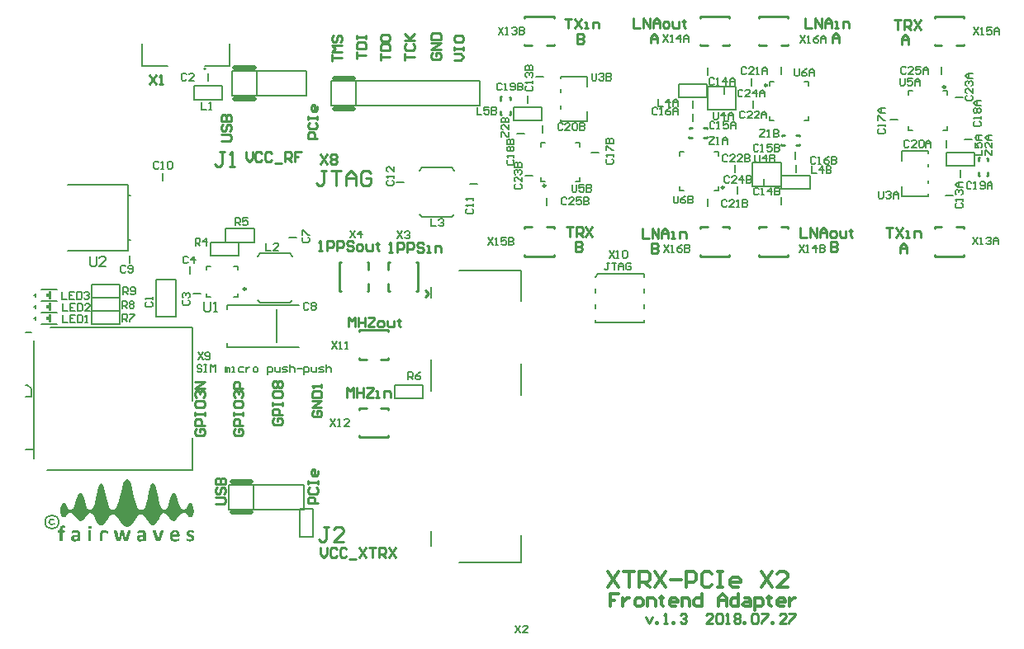
<source format=gto>
G04*
G04 #@! TF.GenerationSoftware,Altium Limited,Altium Designer,18.1.6 (161)*
G04*
G04 Layer_Color=65535*
%FSLAX24Y24*%
%MOIN*%
G70*
G01*
G75*
%ADD10C,0.0098*%
%ADD11C,0.0079*%
%ADD12C,0.0080*%
%ADD13C,0.0060*%
%ADD14C,0.0197*%
%ADD15C,0.0100*%
%ADD16C,0.0059*%
%ADD17C,0.0118*%
G36*
X15709Y20531D02*
X15738Y20502D01*
X15768Y20453D01*
X15797Y20354D01*
X15832Y20197D01*
X15876Y20020D01*
X15925Y19803D01*
X15965Y19646D01*
X16053Y19419D01*
X16122Y19331D01*
X16211Y19311D01*
X16299Y19331D01*
X16368Y19419D01*
X16417Y19567D01*
X16467Y19774D01*
X16526Y20049D01*
X16565Y20207D01*
X16594Y20295D01*
X16624Y20354D01*
X16663Y20384D01*
X16693D01*
X16737Y20354D01*
X16772Y20295D01*
X16801Y20207D01*
X16841Y20049D01*
X16900Y19774D01*
X16949Y19567D01*
X16998Y19409D01*
X17047Y19341D01*
X17106Y19321D01*
X17165D01*
X17224Y19341D01*
X17264Y19400D01*
X17303Y19508D01*
X17343Y19636D01*
X17382Y19774D01*
X17436Y19921D01*
X17480Y19980D01*
X17510Y19990D01*
X17539D01*
X17569Y19980D01*
X17603Y19941D01*
X17648Y19843D01*
X17687Y19724D01*
X17726Y19577D01*
X17766Y19449D01*
X17795Y19390D01*
X17835Y19341D01*
X17904Y19321D01*
X17953D01*
X18012Y19350D01*
X18051Y19400D01*
X18081Y19459D01*
X18115Y19528D01*
X18150Y19577D01*
X18179Y19587D01*
X18199D01*
X18228Y19577D01*
X18263Y19528D01*
X18322Y19380D01*
X18342Y19291D01*
Y19222D01*
X18312Y19114D01*
X18263Y19035D01*
X18223Y19016D01*
X18179D01*
X18140Y19035D01*
X18105Y19065D01*
X18032Y19144D01*
X17982Y19173D01*
X17933Y19183D01*
X17874Y19173D01*
X17830Y19154D01*
X17785Y19114D01*
X17648Y18937D01*
X17589Y18888D01*
X17544Y18868D01*
X17505D01*
X17451Y18888D01*
X17407Y18917D01*
X17343Y18996D01*
X17244Y19134D01*
X17195Y19163D01*
X17126Y19173D01*
X17047Y19154D01*
X16982Y19071D01*
X16934Y18967D01*
X16860Y18819D01*
X16757Y18701D01*
X16683Y18691D01*
X16609Y18701D01*
X16506Y18819D01*
X16412Y18967D01*
X16319Y19094D01*
X16240Y19134D01*
X16161D01*
X16088Y19094D01*
X16033Y19026D01*
X15915Y18829D01*
X15827Y18711D01*
X15738Y18642D01*
X15679Y18622D01*
X15600D01*
X15541Y18642D01*
X15453Y18711D01*
X15364Y18829D01*
X15246Y19026D01*
X15192Y19094D01*
X15118Y19134D01*
X15039D01*
X14961Y19094D01*
X14867Y18967D01*
X14774Y18819D01*
X14670Y18701D01*
X14596Y18691D01*
X14523Y18701D01*
X14419Y18819D01*
X14345Y18967D01*
X14297Y19071D01*
X14232Y19154D01*
X14154Y19173D01*
X14085Y19163D01*
X14035Y19134D01*
X13937Y18996D01*
X13873Y18917D01*
X13829Y18888D01*
X13775Y18868D01*
X13735D01*
X13691Y18888D01*
X13632Y18937D01*
X13494Y19114D01*
X13450Y19154D01*
X13406Y19173D01*
X13346Y19183D01*
X13297Y19173D01*
X13248Y19144D01*
X13174Y19065D01*
X13140Y19035D01*
X13100Y19016D01*
X13056D01*
X13017Y19035D01*
X12968Y19114D01*
X12938Y19222D01*
Y19291D01*
X12958Y19380D01*
X13017Y19528D01*
X13051Y19577D01*
X13081Y19587D01*
X13100D01*
X13130Y19577D01*
X13164Y19528D01*
X13199Y19459D01*
X13228Y19400D01*
X13268Y19350D01*
X13327Y19321D01*
X13376D01*
X13445Y19341D01*
X13484Y19390D01*
X13514Y19449D01*
X13553Y19577D01*
X13593Y19724D01*
X13632Y19843D01*
X13676Y19941D01*
X13711Y19980D01*
X13740Y19990D01*
X13770D01*
X13799Y19980D01*
X13843Y19921D01*
X13898Y19774D01*
X13937Y19636D01*
X13976Y19508D01*
X14016Y19400D01*
X14055Y19341D01*
X14114Y19321D01*
X14173D01*
X14232Y19341D01*
X14282Y19409D01*
X14331Y19567D01*
X14380Y19774D01*
X14439Y20049D01*
X14478Y20207D01*
X14508Y20295D01*
X14542Y20354D01*
X14587Y20384D01*
X14616D01*
X14656Y20354D01*
X14685Y20295D01*
X14715Y20207D01*
X14754Y20049D01*
X14813Y19774D01*
X14862Y19567D01*
X14911Y19419D01*
X14980Y19331D01*
X15069Y19311D01*
X15157Y19331D01*
X15226Y19419D01*
X15315Y19646D01*
X15354Y19803D01*
X15404Y20020D01*
X15448Y20197D01*
X15482Y20354D01*
X15512Y20453D01*
X15541Y20502D01*
X15571Y20531D01*
X15610Y20551D01*
X15669D01*
X15709Y20531D01*
D02*
G37*
G36*
X14852Y18465D02*
X14892Y18445D01*
Y18366D01*
X14852Y18356D01*
X14813Y18376D01*
X14690D01*
X14660Y18366D01*
X14651Y18337D01*
Y18051D01*
X14631Y18041D01*
X14562D01*
X14542Y18051D01*
Y18376D01*
X14562Y18425D01*
X14592Y18455D01*
X14641Y18474D01*
X14813D01*
X14852Y18465D01*
D02*
G37*
G36*
X12470Y27106D02*
Y27205D01*
X12569D01*
Y26890D01*
X12470D01*
Y26988D01*
X12392D01*
Y27106D01*
X12470D01*
D02*
G37*
G36*
Y27579D02*
Y27677D01*
X12569D01*
Y27362D01*
X12470D01*
Y27461D01*
X12392D01*
Y27579D01*
X12470D01*
D02*
G37*
G36*
Y28051D02*
Y28150D01*
X12569D01*
Y27835D01*
X12470D01*
Y27933D01*
X12392D01*
Y28051D01*
X12470D01*
D02*
G37*
G36*
X13086Y18679D02*
X13098Y18677D01*
X13101D01*
X13103Y18676D01*
X13107Y18675D01*
X13116Y18673D01*
X13123Y18670D01*
X13125D01*
X13128Y18668D01*
X13133Y18666D01*
X13136Y18664D01*
X13137Y18663D01*
X13138Y18662D01*
X13139Y18659D01*
X13141Y18656D01*
X13142Y18655D01*
X13142Y18652D01*
X13143Y18647D01*
X13144Y18640D01*
Y18639D01*
X13145Y18635D01*
Y18628D01*
Y18619D01*
Y18618D01*
Y18617D01*
Y18611D01*
Y18603D01*
X13144Y18597D01*
Y18596D01*
X13143Y18592D01*
X13142Y18588D01*
X13142Y18584D01*
Y18583D01*
X13141Y18582D01*
X13137Y18579D01*
X13136D01*
X13132Y18578D01*
X13130D01*
X13125Y18579D01*
X13124D01*
X13123Y18580D01*
X13120Y18582D01*
X13116Y18582D01*
X13115D01*
X13112Y18583D01*
X13107Y18585D01*
X13102Y18586D01*
X13101D01*
X13097Y18587D01*
X13091Y18588D01*
X13082D01*
X13076Y18587D01*
X13069Y18586D01*
X13063Y18583D01*
X13062Y18582D01*
X13058Y18581D01*
X13052Y18577D01*
X13047Y18571D01*
X13046Y18570D01*
X13045Y18565D01*
X13042Y18559D01*
X13039Y18549D01*
Y18548D01*
Y18547D01*
X13038Y18544D01*
Y18541D01*
X13037Y18530D01*
Y18517D01*
Y18480D01*
X13113D01*
X13116Y18479D01*
X13118Y18477D01*
X13119D01*
X13120Y18475D01*
X13122Y18473D01*
X13123Y18469D01*
X13124Y18468D01*
X13125Y18465D01*
X13126Y18462D01*
X13127Y18455D01*
Y18453D01*
X13128Y18448D01*
X13129Y18442D01*
Y18433D01*
Y18432D01*
Y18429D01*
Y18425D01*
X13128Y18419D01*
X13127Y18407D01*
X13126Y18402D01*
X13124Y18397D01*
X13123Y18395D01*
X13121Y18392D01*
X13117Y18388D01*
X13114Y18388D01*
X13111Y18387D01*
X13037D01*
Y18057D01*
Y18056D01*
Y18054D01*
X13036Y18051D01*
X13034Y18048D01*
X13033D01*
X13032Y18046D01*
X13029Y18045D01*
X13025Y18043D01*
X13024D01*
X13020Y18042D01*
X13014Y18041D01*
X13006Y18040D01*
X13005D01*
X12999Y18039D01*
X12990Y18038D01*
X12969D01*
X12961Y18039D01*
X12951Y18040D01*
X12949D01*
X12946Y18041D01*
X12940Y18042D01*
X12934Y18043D01*
X12933D01*
X12930Y18044D01*
X12928Y18046D01*
X12925Y18048D01*
Y18049D01*
X12924Y18051D01*
X12923Y18057D01*
Y18387D01*
X12871D01*
X12867Y18388D01*
X12862Y18391D01*
X12860Y18393D01*
X12858Y18397D01*
Y18398D01*
X12857Y18399D01*
Y18402D01*
X12856Y18406D01*
X12855Y18410D01*
Y18417D01*
X12854Y18425D01*
Y18433D01*
Y18434D01*
Y18435D01*
Y18441D01*
Y18447D01*
X12855Y18455D01*
Y18457D01*
X12856Y18461D01*
X12857Y18465D01*
X12858Y18469D01*
Y18470D01*
X12859Y18472D01*
X12861Y18475D01*
X12863Y18477D01*
X12864Y18478D01*
X12866Y18479D01*
X12869Y18480D01*
X12923D01*
Y18513D01*
Y18514D01*
Y18515D01*
Y18520D01*
Y18528D01*
X12924Y18538D01*
X12925Y18549D01*
X12926Y18562D01*
X12928Y18574D01*
X12930Y18586D01*
Y18587D01*
X12932Y18592D01*
X12934Y18598D01*
X12937Y18604D01*
X12945Y18621D01*
X12950Y18630D01*
X12956Y18638D01*
X12957Y18639D01*
X12959Y18641D01*
X12964Y18645D01*
X12968Y18649D01*
X12975Y18655D01*
X12983Y18659D01*
X12991Y18664D01*
X13001Y18669D01*
X13002Y18670D01*
X13006Y18671D01*
X13011Y18673D01*
X13019Y18675D01*
X13028Y18677D01*
X13040Y18679D01*
X13051Y18680D01*
X13076D01*
X13086Y18679D01*
D02*
G37*
G36*
X14150Y18660D02*
X14157Y18659D01*
X14175Y18656D01*
X14183Y18653D01*
X14189Y18648D01*
X14190Y18647D01*
X14190Y18645D01*
X14193Y18642D01*
X14196Y18638D01*
X14198Y18631D01*
X14201Y18622D01*
X14202Y18613D01*
X14203Y18601D01*
Y18600D01*
Y18596D01*
X14202Y18590D01*
X14201Y18582D01*
X14199Y18574D01*
X14197Y18566D01*
X14193Y18559D01*
X14189Y18553D01*
X14188Y18552D01*
X14186Y18551D01*
X14182Y18549D01*
X14177Y18547D01*
X14170Y18544D01*
X14161Y18543D01*
X14150Y18542D01*
X14136Y18541D01*
X14130D01*
X14123Y18542D01*
X14115Y18543D01*
X14098Y18546D01*
X14090Y18549D01*
X14084Y18553D01*
X14083Y18554D01*
X14082Y18556D01*
X14080Y18559D01*
X14077Y18563D01*
X14074Y18570D01*
X14073Y18578D01*
X14072Y18588D01*
X14071Y18600D01*
Y18601D01*
Y18605D01*
X14072Y18611D01*
X14073Y18619D01*
X14076Y18634D01*
X14079Y18641D01*
X14084Y18647D01*
X14085Y18648D01*
X14087Y18649D01*
X14091Y18652D01*
X14096Y18655D01*
X14103Y18657D01*
X14112Y18659D01*
X14123Y18660D01*
X14136Y18661D01*
X14143D01*
X14150Y18660D01*
D02*
G37*
G36*
X18235Y18489D02*
X18248Y18487D01*
X18249D01*
X18251Y18486D01*
X18255D01*
X18259Y18485D01*
X18269Y18483D01*
X18281Y18480D01*
X18282D01*
X18284Y18479D01*
X18289Y18477D01*
X18298Y18475D01*
X18305Y18471D01*
X18306D01*
X18307Y18470D01*
X18311Y18468D01*
X18316Y18465D01*
X18320Y18463D01*
X18321D01*
X18323Y18461D01*
X18324Y18459D01*
X18326Y18456D01*
Y18455D01*
X18327Y18453D01*
X18329Y18447D01*
Y18446D01*
X18330Y18445D01*
Y18441D01*
X18331Y18436D01*
Y18435D01*
X18332Y18431D01*
Y18426D01*
Y18419D01*
Y18418D01*
Y18417D01*
Y18411D01*
Y18405D01*
X18331Y18398D01*
Y18397D01*
X18330Y18393D01*
X18329Y18389D01*
X18328Y18386D01*
Y18385D01*
X18327Y18384D01*
X18324Y18380D01*
X18323D01*
X18318Y18379D01*
X18317D01*
X18315Y18380D01*
X18310Y18381D01*
X18305Y18384D01*
X18303Y18385D01*
X18299Y18387D01*
X18292Y18389D01*
X18283Y18393D01*
X18282D01*
X18281Y18394D01*
X18278Y18395D01*
X18274Y18397D01*
X18265Y18400D01*
X18253Y18404D01*
X18252D01*
X18250Y18405D01*
X18247Y18406D01*
X18242Y18407D01*
X18236Y18407D01*
X18229Y18408D01*
X18214Y18409D01*
X18206D01*
X18196Y18407D01*
X18188Y18406D01*
X18186Y18405D01*
X18181Y18404D01*
X18175Y18401D01*
X18169Y18396D01*
X18168Y18395D01*
X18165Y18392D01*
X18161Y18388D01*
X18157Y18382D01*
Y18381D01*
X18156Y18377D01*
X18155Y18371D01*
X18154Y18365D01*
Y18364D01*
Y18363D01*
X18155Y18357D01*
X18158Y18349D01*
X18163Y18341D01*
X18165Y18339D01*
X18169Y18335D01*
X18176Y18329D01*
X18186Y18324D01*
X18187D01*
X18188Y18323D01*
X18191Y18321D01*
X18195Y18320D01*
X18206Y18315D01*
X18218Y18310D01*
X18219D01*
X18221Y18310D01*
X18225Y18309D01*
X18229Y18307D01*
X18241Y18303D01*
X18254Y18297D01*
X18255D01*
X18257Y18296D01*
X18261Y18294D01*
X18266Y18292D01*
X18277Y18287D01*
X18290Y18279D01*
X18291D01*
X18293Y18277D01*
X18297Y18275D01*
X18301Y18272D01*
X18311Y18265D01*
X18323Y18254D01*
X18324Y18253D01*
X18325Y18252D01*
X18327Y18249D01*
X18331Y18245D01*
X18334Y18239D01*
X18338Y18233D01*
X18345Y18219D01*
Y18218D01*
X18347Y18215D01*
X18348Y18212D01*
X18350Y18206D01*
X18352Y18199D01*
X18353Y18191D01*
X18355Y18182D01*
Y18172D01*
Y18170D01*
Y18166D01*
X18354Y18159D01*
X18353Y18151D01*
X18352Y18141D01*
X18349Y18131D01*
X18346Y18120D01*
X18342Y18110D01*
X18341Y18109D01*
X18339Y18106D01*
X18336Y18100D01*
X18332Y18095D01*
X18326Y18088D01*
X18321Y18080D01*
X18313Y18073D01*
X18305Y18066D01*
X18304Y18065D01*
X18301Y18063D01*
X18295Y18060D01*
X18288Y18056D01*
X18281Y18052D01*
X18271Y18047D01*
X18260Y18043D01*
X18248Y18039D01*
X18247D01*
X18243Y18038D01*
X18236Y18037D01*
X18227Y18036D01*
X18217Y18034D01*
X18205Y18032D01*
X18192Y18031D01*
X18169D01*
X18164Y18032D01*
X18157D01*
X18150Y18033D01*
X18134Y18035D01*
X18133D01*
X18130Y18036D01*
X18127Y18037D01*
X18122Y18038D01*
X18110Y18040D01*
X18097Y18043D01*
X18096D01*
X18094Y18044D01*
X18091Y18045D01*
X18088Y18046D01*
X18079Y18049D01*
X18070Y18053D01*
X18068Y18054D01*
X18064Y18057D01*
X18058Y18059D01*
X18053Y18063D01*
X18053Y18064D01*
X18051Y18067D01*
X18049Y18072D01*
X18046Y18078D01*
Y18079D01*
Y18080D01*
X18045Y18083D01*
Y18086D01*
X18044Y18096D01*
Y18109D01*
Y18110D01*
Y18111D01*
Y18116D01*
Y18123D01*
Y18130D01*
Y18132D01*
X18045Y18135D01*
X18046Y18139D01*
X18047Y18143D01*
Y18144D01*
X18048Y18146D01*
X18050Y18148D01*
X18052Y18150D01*
X18053D01*
X18053Y18151D01*
X18058Y18152D01*
X18059D01*
X18062Y18151D01*
X18067Y18149D01*
X18073Y18145D01*
X18075Y18144D01*
X18080Y18141D01*
X18088Y18137D01*
X18097Y18133D01*
X18098D01*
X18100Y18132D01*
X18103Y18131D01*
X18108Y18129D01*
X18118Y18125D01*
X18131Y18120D01*
X18132D01*
X18135Y18119D01*
X18139Y18118D01*
X18145Y18117D01*
X18151Y18116D01*
X18159Y18116D01*
X18176Y18115D01*
X18186D01*
X18194Y18116D01*
X18203Y18117D01*
X18204D01*
X18205Y18118D01*
X18210Y18119D01*
X18217Y18122D01*
X18224Y18126D01*
X18226Y18127D01*
X18229Y18131D01*
X18234Y18135D01*
X18238Y18141D01*
X18239Y18143D01*
X18241Y18148D01*
X18242Y18155D01*
X18243Y18162D01*
Y18163D01*
Y18165D01*
X18242Y18171D01*
X18239Y18178D01*
X18234Y18186D01*
X18232Y18188D01*
X18228Y18192D01*
X18221Y18197D01*
X18211Y18203D01*
X18210D01*
X18208Y18204D01*
X18206Y18206D01*
X18202Y18208D01*
X18191Y18212D01*
X18179Y18216D01*
X18178D01*
X18176Y18217D01*
X18172Y18219D01*
X18169Y18221D01*
X18157Y18225D01*
X18144Y18231D01*
X18143D01*
X18141Y18232D01*
X18137Y18233D01*
X18132Y18235D01*
X18121Y18241D01*
X18108Y18249D01*
X18107Y18250D01*
X18105Y18251D01*
X18102Y18252D01*
X18097Y18255D01*
X18088Y18264D01*
X18076Y18273D01*
X18075Y18274D01*
X18074Y18276D01*
X18072Y18279D01*
X18068Y18283D01*
X18065Y18289D01*
X18061Y18294D01*
X18053Y18309D01*
Y18310D01*
X18053Y18312D01*
X18052Y18317D01*
X18050Y18323D01*
X18049Y18329D01*
X18047Y18338D01*
X18046Y18348D01*
Y18358D01*
Y18359D01*
Y18363D01*
X18047Y18368D01*
X18048Y18375D01*
X18049Y18384D01*
X18051Y18392D01*
X18053Y18402D01*
X18057Y18411D01*
X18058Y18412D01*
X18059Y18415D01*
X18062Y18420D01*
X18066Y18426D01*
X18071Y18432D01*
X18075Y18440D01*
X18090Y18453D01*
X18091Y18454D01*
X18093Y18456D01*
X18098Y18459D01*
X18105Y18463D01*
X18112Y18467D01*
X18121Y18471D01*
X18130Y18476D01*
X18142Y18480D01*
X18144Y18481D01*
X18148Y18482D01*
X18154Y18484D01*
X18163Y18485D01*
X18172Y18487D01*
X18185Y18488D01*
X18197Y18490D01*
X18223D01*
X18235Y18489D01*
D02*
G37*
G36*
X15749Y18482D02*
X15751D01*
X15755Y18481D01*
X15761Y18480D01*
X15765Y18478D01*
X15766D01*
X15769Y18477D01*
X15772Y18475D01*
X15774Y18472D01*
X15775Y18471D01*
X15776Y18470D01*
X15777Y18467D01*
Y18465D01*
Y18464D01*
Y18462D01*
X15776Y18457D01*
X15775Y18452D01*
Y18451D01*
X15774Y18447D01*
X15773Y18441D01*
X15770Y18431D01*
X15662Y18062D01*
Y18061D01*
X15660Y18058D01*
X15658Y18054D01*
X15655Y18050D01*
X15654Y18049D01*
X15653Y18047D01*
X15649Y18045D01*
X15645Y18042D01*
X15644D01*
X15639Y18041D01*
X15632Y18040D01*
X15623Y18039D01*
X15613D01*
X15607Y18038D01*
X15573D01*
X15561Y18039D01*
X15549Y18040D01*
X15548D01*
X15542Y18041D01*
X15534Y18042D01*
X15528Y18043D01*
X15527Y18044D01*
X15524Y18045D01*
X15520Y18048D01*
X15516Y18051D01*
X15515Y18052D01*
X15514Y18054D01*
X15512Y18058D01*
X15510Y18062D01*
X15442Y18310D01*
X15441Y18314D01*
X15440Y18310D01*
X15377Y18062D01*
Y18061D01*
X15376Y18058D01*
X15374Y18054D01*
X15372Y18050D01*
X15371Y18049D01*
X15369Y18047D01*
X15366Y18045D01*
X15360Y18042D01*
X15358D01*
X15355Y18041D01*
X15347Y18040D01*
X15337Y18039D01*
X15328D01*
X15323Y18038D01*
X15288D01*
X15276Y18039D01*
X15264Y18040D01*
X15262D01*
X15257Y18041D01*
X15249Y18042D01*
X15242Y18043D01*
X15241Y18044D01*
X15238Y18045D01*
X15235Y18048D01*
X15231Y18051D01*
X15230Y18052D01*
X15229Y18054D01*
X15227Y18058D01*
X15225Y18062D01*
X15118Y18431D01*
Y18432D01*
X15117Y18433D01*
X15116Y18439D01*
X15114Y18446D01*
X15112Y18452D01*
Y18453D01*
Y18457D01*
X15111Y18461D01*
Y18465D01*
Y18465D01*
Y18467D01*
X15112Y18470D01*
X15114Y18472D01*
X15115Y18473D01*
X15116Y18474D01*
X15119Y18476D01*
X15122Y18478D01*
X15123Y18479D01*
X15127Y18480D01*
X15133Y18481D01*
X15141Y18482D01*
X15142D01*
X15148Y18483D01*
X15189D01*
X15199Y18482D01*
X15200D01*
X15205Y18481D01*
X15211Y18480D01*
X15216Y18478D01*
X15217D01*
X15219Y18477D01*
X15222Y18475D01*
X15225Y18472D01*
X15226Y18471D01*
X15227Y18469D01*
X15228Y18466D01*
X15229Y18463D01*
X15310Y18163D01*
X15311Y18157D01*
X15312Y18163D01*
X15388Y18463D01*
Y18464D01*
X15389Y18466D01*
X15392Y18472D01*
X15393Y18473D01*
X15394Y18474D01*
X15396Y18476D01*
X15400Y18478D01*
X15401Y18479D01*
X15405Y18480D01*
X15411Y18481D01*
X15417Y18482D01*
X15419D01*
X15425Y18483D01*
X15454D01*
X15464Y18482D01*
X15472Y18481D01*
X15474D01*
X15478Y18480D01*
X15484Y18479D01*
X15489Y18478D01*
X15490D01*
X15492Y18477D01*
X15495Y18475D01*
X15498Y18472D01*
X15499Y18471D01*
X15500Y18470D01*
X15502Y18465D01*
X15584Y18163D01*
X15585Y18157D01*
X15586Y18163D01*
X15664Y18463D01*
Y18464D01*
X15665Y18466D01*
X15667Y18472D01*
X15668Y18473D01*
X15669Y18474D01*
X15672Y18476D01*
X15676Y18478D01*
X15677Y18479D01*
X15681Y18480D01*
X15686Y18481D01*
X15693Y18482D01*
X15695D01*
X15701Y18483D01*
X15741Y18483D01*
X15749Y18482D01*
D02*
G37*
G36*
X17080D02*
X17082D01*
X17086Y18481D01*
X17092Y18480D01*
X17097Y18478D01*
X17098D01*
X17100Y18477D01*
X17102Y18475D01*
X17104Y18472D01*
X17105Y18471D01*
X17106Y18470D01*
X17107Y18467D01*
Y18465D01*
Y18463D01*
Y18459D01*
Y18458D01*
Y18457D01*
X17106Y18451D01*
Y18450D01*
X17105Y18448D01*
X17104Y18443D01*
Y18442D01*
X17103Y18440D01*
X17102Y18436D01*
X17102Y18431D01*
X16979Y18062D01*
Y18061D01*
X16978Y18058D01*
X16976Y18054D01*
X16973Y18050D01*
X16972Y18049D01*
X16970Y18047D01*
X16966Y18045D01*
X16960Y18042D01*
X16958D01*
X16954Y18041D01*
X16946Y18040D01*
X16936Y18039D01*
X16926D01*
X16920Y18038D01*
X16882D01*
X16869Y18039D01*
X16856Y18040D01*
X16853D01*
X16848Y18041D01*
X16840Y18042D01*
X16832Y18043D01*
X16831Y18044D01*
X16828Y18045D01*
X16824Y18048D01*
X16820Y18051D01*
X16819Y18052D01*
X16818Y18054D01*
X16816Y18058D01*
X16814Y18062D01*
X16692Y18431D01*
Y18433D01*
X16690Y18437D01*
X16689Y18442D01*
X16687Y18447D01*
Y18448D01*
X16686Y18451D01*
X16685Y18455D01*
Y18458D01*
Y18459D01*
Y18460D01*
Y18465D01*
Y18465D01*
Y18467D01*
X16687Y18472D01*
X16688Y18473D01*
X16689Y18474D01*
X16693Y18476D01*
X16696Y18478D01*
X16697Y18479D01*
X16701Y18480D01*
X16707Y18481D01*
X16713Y18482D01*
X16715D01*
X16721Y18483D01*
X16752D01*
X16763Y18482D01*
X16772Y18481D01*
X16773D01*
X16778Y18480D01*
X16784Y18479D01*
X16790Y18478D01*
X16791D01*
X16793Y18477D01*
X16796Y18475D01*
X16799Y18472D01*
X16800Y18471D01*
X16801Y18469D01*
X16802Y18466D01*
X16804Y18463D01*
X16897Y18163D01*
X16900Y18152D01*
X16903Y18163D01*
X16993Y18463D01*
Y18464D01*
X16994Y18466D01*
X16997Y18472D01*
X16998Y18473D01*
X17000Y18474D01*
X17003Y18476D01*
X17006Y18478D01*
X17007D01*
X17011Y18479D01*
X17017Y18480D01*
X17024Y18481D01*
X17025D01*
X17031Y18482D01*
X17041Y18483D01*
X17071D01*
X17080Y18482D01*
D02*
G37*
G36*
X16255Y18489D02*
X16268Y18488D01*
X16282Y18486D01*
X16295Y18484D01*
X16308Y18481D01*
X16310D01*
X16314Y18479D01*
X16321Y18477D01*
X16328Y18473D01*
X16337Y18469D01*
X16346Y18465D01*
X16356Y18458D01*
X16364Y18451D01*
X16365Y18450D01*
X16368Y18447D01*
X16372Y18444D01*
X16377Y18438D01*
X16382Y18431D01*
X16387Y18423D01*
X16392Y18412D01*
X16397Y18402D01*
X16398Y18401D01*
X16399Y18396D01*
X16401Y18390D01*
X16403Y18381D01*
X16404Y18370D01*
X16405Y18358D01*
X16407Y18344D01*
Y18329D01*
Y18055D01*
Y18054D01*
X16406Y18052D01*
X16405Y18048D01*
X16403Y18045D01*
X16402Y18044D01*
X16399Y18043D01*
X16394Y18041D01*
X16387Y18040D01*
X16385D01*
X16381Y18039D01*
X16371Y18038D01*
X16347D01*
X16337Y18039D01*
X16332D01*
X16328Y18040D01*
X16326D01*
X16324Y18041D01*
X16319Y18043D01*
X16315Y18045D01*
X16314Y18046D01*
X16313Y18048D01*
X16312Y18051D01*
X16311Y18055D01*
Y18087D01*
X16310Y18086D01*
X16306Y18082D01*
X16302Y18077D01*
X16295Y18072D01*
X16286Y18065D01*
X16277Y18058D01*
X16266Y18052D01*
X16254Y18045D01*
X16252Y18044D01*
X16248Y18043D01*
X16242Y18040D01*
X16233Y18038D01*
X16223Y18036D01*
X16210Y18033D01*
X16197Y18032D01*
X16183Y18031D01*
X16177D01*
X16171Y18032D01*
X16163D01*
X16154Y18033D01*
X16144Y18035D01*
X16123Y18039D01*
X16122D01*
X16118Y18041D01*
X16113Y18042D01*
X16107Y18045D01*
X16092Y18053D01*
X16076Y18063D01*
X16075Y18064D01*
X16073Y18066D01*
X16070Y18070D01*
X16066Y18075D01*
X16060Y18081D01*
X16055Y18088D01*
X16046Y18105D01*
Y18106D01*
X16044Y18110D01*
X16043Y18115D01*
X16041Y18121D01*
X16039Y18130D01*
X16037Y18140D01*
X16036Y18151D01*
X16035Y18163D01*
Y18165D01*
Y18169D01*
X16036Y18175D01*
X16037Y18184D01*
X16038Y18194D01*
X16041Y18204D01*
X16044Y18214D01*
X16049Y18224D01*
X16050Y18225D01*
X16052Y18229D01*
X16054Y18233D01*
X16059Y18239D01*
X16065Y18247D01*
X16073Y18253D01*
X16081Y18261D01*
X16091Y18268D01*
X16092Y18269D01*
X16095Y18271D01*
X16101Y18273D01*
X16110Y18277D01*
X16119Y18282D01*
X16131Y18286D01*
X16145Y18290D01*
X16159Y18293D01*
X16161D01*
X16167Y18294D01*
X16175Y18296D01*
X16187Y18298D01*
X16200Y18299D01*
X16216Y18301D01*
X16234Y18302D01*
X16294D01*
Y18326D01*
Y18327D01*
Y18329D01*
Y18332D01*
X16293Y18337D01*
X16292Y18349D01*
X16289Y18360D01*
Y18361D01*
X16288Y18363D01*
X16286Y18368D01*
X16283Y18376D01*
X16277Y18384D01*
X16275Y18386D01*
X16271Y18389D01*
X16264Y18394D01*
X16253Y18398D01*
X16252D01*
X16250Y18399D01*
X16248Y18400D01*
X16244Y18401D01*
X16238D01*
X16232Y18402D01*
X16217Y18403D01*
X16207D01*
X16200Y18402D01*
X16192Y18401D01*
X16184Y18400D01*
X16166Y18396D01*
X16165D01*
X16162Y18395D01*
X16157Y18393D01*
X16152Y18392D01*
X16139Y18388D01*
X16126Y18382D01*
X16125D01*
X16123Y18381D01*
X16120Y18379D01*
X16116Y18377D01*
X16107Y18372D01*
X16097Y18368D01*
X16095Y18367D01*
X16091Y18365D01*
X16085Y18363D01*
X16078Y18362D01*
X16075D01*
X16073Y18363D01*
X16070Y18365D01*
X16069Y18366D01*
X16068Y18367D01*
X16065Y18369D01*
X16063Y18373D01*
Y18374D01*
X16061Y18378D01*
X16060Y18383D01*
X16059Y18388D01*
Y18390D01*
Y18394D01*
X16058Y18400D01*
Y18407D01*
Y18408D01*
Y18410D01*
Y18416D01*
X16059Y18423D01*
X16060Y18430D01*
Y18432D01*
X16062Y18435D01*
X16065Y18441D01*
X16069Y18446D01*
X16070Y18446D01*
X16074Y18450D01*
X16081Y18454D01*
X16091Y18460D01*
X16092D01*
X16093Y18461D01*
X16097Y18463D01*
X16101Y18465D01*
X16107Y18466D01*
X16113Y18469D01*
X16128Y18474D01*
X16129D01*
X16131Y18475D01*
X16136Y18477D01*
X16142Y18478D01*
X16149Y18480D01*
X16156Y18482D01*
X16174Y18485D01*
X16175D01*
X16179Y18486D01*
X16184Y18487D01*
X16190Y18488D01*
X16199D01*
X16208Y18489D01*
X16228Y18490D01*
X16245D01*
X16255Y18489D01*
D02*
G37*
G36*
X14155Y18482D02*
X14164Y18481D01*
X14166D01*
X14171Y18480D01*
X14176Y18479D01*
X14182Y18477D01*
X14183D01*
X14186Y18475D01*
X14189Y18473D01*
X14191Y18470D01*
X14192Y18469D01*
X14193Y18468D01*
X14194Y18465D01*
Y18463D01*
Y18057D01*
Y18056D01*
Y18054D01*
X14193Y18051D01*
X14191Y18048D01*
X14190D01*
X14190Y18046D01*
X14187Y18045D01*
X14182Y18043D01*
X14181D01*
X14177Y18042D01*
X14171Y18041D01*
X14164Y18040D01*
X14162D01*
X14156Y18039D01*
X14148Y18038D01*
X14127D01*
X14117Y18039D01*
X14108Y18040D01*
X14106D01*
X14102Y18041D01*
X14096Y18042D01*
X14091Y18043D01*
X14090D01*
X14087Y18044D01*
X14084Y18046D01*
X14081Y18048D01*
Y18049D01*
X14080Y18051D01*
X14079Y18057D01*
Y18463D01*
Y18464D01*
Y18465D01*
X14081Y18470D01*
X14082Y18471D01*
X14083Y18472D01*
X14087Y18475D01*
X14091Y18477D01*
X14092Y18478D01*
X14095Y18479D01*
X14101Y18480D01*
X14108Y18481D01*
X14110D01*
X14115Y18482D01*
X14125Y18483D01*
X14146D01*
X14155Y18482D01*
D02*
G37*
G36*
X13602Y18489D02*
X13615Y18488D01*
X13628Y18486D01*
X13642Y18484D01*
X13655Y18481D01*
X13657D01*
X13661Y18479D01*
X13667Y18477D01*
X13675Y18473D01*
X13684Y18469D01*
X13693Y18465D01*
X13703Y18458D01*
X13711Y18451D01*
X13712Y18450D01*
X13715Y18447D01*
X13719Y18444D01*
X13724Y18438D01*
X13728Y18431D01*
X13734Y18423D01*
X13739Y18412D01*
X13744Y18402D01*
X13744Y18401D01*
X13745Y18396D01*
X13747Y18390D01*
X13749Y18381D01*
X13751Y18370D01*
X13752Y18358D01*
X13754Y18344D01*
Y18329D01*
Y18055D01*
Y18054D01*
X13753Y18052D01*
X13752Y18048D01*
X13749Y18045D01*
X13748Y18044D01*
X13745Y18043D01*
X13741Y18041D01*
X13734Y18040D01*
X13732D01*
X13727Y18039D01*
X13718Y18038D01*
X13694D01*
X13684Y18039D01*
X13679D01*
X13675Y18040D01*
X13673D01*
X13670Y18041D01*
X13666Y18043D01*
X13662Y18045D01*
X13661Y18046D01*
X13660Y18048D01*
X13659Y18051D01*
X13658Y18055D01*
Y18087D01*
X13657Y18086D01*
X13653Y18082D01*
X13648Y18077D01*
X13642Y18072D01*
X13633Y18065D01*
X13624Y18058D01*
X13612Y18052D01*
X13601Y18045D01*
X13599Y18044D01*
X13595Y18043D01*
X13589Y18040D01*
X13580Y18038D01*
X13569Y18036D01*
X13557Y18033D01*
X13544Y18032D01*
X13530Y18031D01*
X13524D01*
X13518Y18032D01*
X13510D01*
X13501Y18033D01*
X13491Y18035D01*
X13470Y18039D01*
X13469D01*
X13465Y18041D01*
X13460Y18042D01*
X13453Y18045D01*
X13439Y18053D01*
X13423Y18063D01*
X13422Y18064D01*
X13420Y18066D01*
X13416Y18070D01*
X13413Y18075D01*
X13407Y18081D01*
X13402Y18088D01*
X13393Y18105D01*
Y18106D01*
X13391Y18110D01*
X13390Y18115D01*
X13388Y18121D01*
X13386Y18130D01*
X13384Y18140D01*
X13383Y18151D01*
X13382Y18163D01*
Y18165D01*
Y18169D01*
X13383Y18175D01*
X13384Y18184D01*
X13385Y18194D01*
X13388Y18204D01*
X13391Y18214D01*
X13395Y18224D01*
X13396Y18225D01*
X13398Y18229D01*
X13401Y18233D01*
X13406Y18239D01*
X13412Y18247D01*
X13419Y18253D01*
X13428Y18261D01*
X13437Y18268D01*
X13438Y18269D01*
X13442Y18271D01*
X13448Y18273D01*
X13456Y18277D01*
X13466Y18282D01*
X13478Y18286D01*
X13491Y18290D01*
X13506Y18293D01*
X13508D01*
X13513Y18294D01*
X13522Y18296D01*
X13533Y18298D01*
X13547Y18299D01*
X13563Y18301D01*
X13581Y18302D01*
X13641D01*
Y18326D01*
Y18327D01*
Y18329D01*
Y18332D01*
X13640Y18337D01*
X13639Y18349D01*
X13636Y18360D01*
Y18361D01*
X13635Y18363D01*
X13633Y18368D01*
X13629Y18376D01*
X13624Y18384D01*
X13622Y18386D01*
X13618Y18389D01*
X13610Y18394D01*
X13600Y18398D01*
X13599D01*
X13597Y18399D01*
X13594Y18400D01*
X13590Y18401D01*
X13585D01*
X13579Y18402D01*
X13564Y18403D01*
X13553D01*
X13547Y18402D01*
X13539Y18401D01*
X13530Y18400D01*
X13512Y18396D01*
X13511D01*
X13509Y18395D01*
X13504Y18393D01*
X13499Y18392D01*
X13486Y18388D01*
X13472Y18382D01*
X13472D01*
X13470Y18381D01*
X13467Y18379D01*
X13463Y18377D01*
X13453Y18372D01*
X13444Y18368D01*
X13442Y18367D01*
X13437Y18365D01*
X13432Y18363D01*
X13425Y18362D01*
X13422D01*
X13419Y18363D01*
X13416Y18365D01*
X13415Y18366D01*
X13414Y18367D01*
X13412Y18369D01*
X13410Y18373D01*
Y18374D01*
X13408Y18378D01*
X13407Y18383D01*
X13406Y18388D01*
Y18390D01*
Y18394D01*
X13405Y18400D01*
Y18407D01*
Y18408D01*
Y18410D01*
Y18416D01*
X13406Y18423D01*
X13407Y18430D01*
Y18432D01*
X13409Y18435D01*
X13412Y18441D01*
X13415Y18446D01*
X13416Y18446D01*
X13421Y18450D01*
X13428Y18454D01*
X13437Y18460D01*
X13438D01*
X13440Y18461D01*
X13444Y18463D01*
X13448Y18465D01*
X13453Y18466D01*
X13460Y18469D01*
X13474Y18474D01*
X13475D01*
X13478Y18475D01*
X13483Y18477D01*
X13489Y18478D01*
X13495Y18480D01*
X13503Y18482D01*
X13521Y18485D01*
X13522D01*
X13526Y18486D01*
X13530Y18487D01*
X13537Y18488D01*
X13546D01*
X13554Y18489D01*
X13574Y18490D01*
X13591D01*
X13602Y18489D01*
D02*
G37*
G36*
X17588Y18489D02*
X17600Y18488D01*
X17614Y18486D01*
X17628Y18484D01*
X17643Y18480D01*
X17657Y18475D01*
X17659Y18474D01*
X17664Y18472D01*
X17670Y18468D01*
X17679Y18465D01*
X17688Y18458D01*
X17698Y18451D01*
X17707Y18443D01*
X17717Y18433D01*
X17718Y18432D01*
X17721Y18428D01*
X17724Y18423D01*
X17730Y18415D01*
X17735Y18406D01*
X17741Y18395D01*
X17746Y18383D01*
X17751Y18369D01*
X17752Y18368D01*
X17753Y18363D01*
X17755Y18356D01*
X17757Y18346D01*
X17759Y18334D01*
X17761Y18321D01*
X17762Y18307D01*
Y18290D01*
Y18272D01*
Y18271D01*
Y18269D01*
Y18265D01*
X17761Y18261D01*
X17759Y18251D01*
X17756Y18246D01*
X17753Y18241D01*
X17751Y18239D01*
X17746Y18236D01*
X17738Y18233D01*
X17727Y18232D01*
X17480D01*
Y18231D01*
Y18227D01*
Y18222D01*
X17481Y18215D01*
Y18208D01*
X17483Y18200D01*
X17486Y18183D01*
Y18182D01*
X17487Y18179D01*
X17489Y18175D01*
X17490Y18171D01*
X17496Y18159D01*
X17505Y18147D01*
X17506Y18146D01*
X17508Y18145D01*
X17510Y18142D01*
X17514Y18139D01*
X17520Y18135D01*
X17526Y18132D01*
X17540Y18125D01*
X17541D01*
X17544Y18124D01*
X17548Y18123D01*
X17554Y18121D01*
X17562Y18120D01*
X17570Y18118D01*
X17580Y18117D01*
X17601D01*
X17608Y18118D01*
X17617D01*
X17625Y18119D01*
X17644Y18121D01*
X17645D01*
X17647Y18122D01*
X17652Y18123D01*
X17657Y18124D01*
X17669Y18127D01*
X17683Y18131D01*
X17684D01*
X17685Y18132D01*
X17688Y18133D01*
X17692Y18134D01*
X17702Y18136D01*
X17710Y18140D01*
X17711D01*
X17712Y18141D01*
X17717Y18143D01*
X17723Y18144D01*
X17728Y18145D01*
X17730D01*
X17735Y18143D01*
X17736D01*
X17737Y18141D01*
X17738Y18139D01*
X17740Y18136D01*
Y18135D01*
X17741Y18134D01*
X17742Y18130D01*
X17742Y18125D01*
Y18124D01*
X17743Y18120D01*
Y18115D01*
Y18107D01*
Y18105D01*
Y18101D01*
Y18095D01*
X17742Y18089D01*
Y18088D01*
Y18085D01*
Y18081D01*
X17742Y18077D01*
Y18076D01*
X17741Y18074D01*
X17739Y18068D01*
X17738Y18066D01*
X17734Y18062D01*
X17733Y18061D01*
X17731Y18060D01*
X17726Y18058D01*
X17723Y18056D01*
X17718Y18054D01*
X17717D01*
X17716Y18053D01*
X17712Y18052D01*
X17708Y18050D01*
X17703Y18049D01*
X17698Y18047D01*
X17684Y18043D01*
X17683D01*
X17680Y18042D01*
X17676Y18041D01*
X17670Y18040D01*
X17664Y18039D01*
X17656Y18038D01*
X17637Y18035D01*
X17636D01*
X17632Y18034D01*
X17626D01*
X17620Y18033D01*
X17611Y18032D01*
X17602D01*
X17580Y18031D01*
X17570D01*
X17561Y18032D01*
X17548Y18033D01*
X17533Y18034D01*
X17517Y18037D01*
X17501Y18039D01*
X17485Y18044D01*
X17483Y18045D01*
X17478Y18047D01*
X17470Y18050D01*
X17461Y18055D01*
X17451Y18060D01*
X17439Y18067D01*
X17427Y18076D01*
X17416Y18085D01*
X17415Y18086D01*
X17412Y18090D01*
X17407Y18096D01*
X17401Y18105D01*
X17394Y18115D01*
X17389Y18127D01*
X17382Y18140D01*
X17376Y18155D01*
Y18156D01*
X17375Y18157D01*
X17374Y18163D01*
X17373Y18172D01*
X17370Y18184D01*
X17367Y18198D01*
X17365Y18215D01*
X17364Y18234D01*
X17363Y18255D01*
Y18256D01*
Y18258D01*
Y18261D01*
Y18265D01*
X17364Y18274D01*
X17365Y18288D01*
X17366Y18303D01*
X17369Y18320D01*
X17372Y18336D01*
X17376Y18353D01*
Y18354D01*
X17377Y18355D01*
X17379Y18361D01*
X17382Y18368D01*
X17387Y18379D01*
X17392Y18390D01*
X17400Y18403D01*
X17408Y18415D01*
X17417Y18427D01*
X17418Y18428D01*
X17422Y18432D01*
X17428Y18438D01*
X17436Y18445D01*
X17446Y18452D01*
X17456Y18460D01*
X17470Y18467D01*
X17483Y18474D01*
X17485Y18475D01*
X17490Y18477D01*
X17498Y18479D01*
X17509Y18483D01*
X17522Y18485D01*
X17536Y18487D01*
X17552Y18489D01*
X17570Y18490D01*
X17579D01*
X17588Y18489D01*
D02*
G37*
%LPC*%
G36*
X16294Y18230D02*
X16240D01*
X16233Y18229D01*
X16218Y18228D01*
X16202Y18225D01*
X16201D01*
X16199Y18224D01*
X16195Y18223D01*
X16190Y18222D01*
X16181Y18218D01*
X16170Y18213D01*
X16170D01*
X16169Y18212D01*
X16164Y18207D01*
X16158Y18201D01*
X16152Y18193D01*
Y18192D01*
X16151Y18191D01*
X16150Y18185D01*
X16149Y18176D01*
X16148Y18166D01*
Y18165D01*
Y18162D01*
X16149Y18157D01*
X16150Y18152D01*
X16151Y18145D01*
X16154Y18138D01*
X16158Y18132D01*
X16163Y18126D01*
X16164Y18125D01*
X16166Y18124D01*
X16170Y18121D01*
X16174Y18119D01*
X16181Y18116D01*
X16189Y18114D01*
X16198Y18113D01*
X16209Y18112D01*
X16212D01*
X16217Y18113D01*
X16223Y18114D01*
X16237Y18116D01*
X16245Y18119D01*
X16252Y18123D01*
X16253Y18124D01*
X16256Y18125D01*
X16260Y18128D01*
X16266Y18133D01*
X16271Y18137D01*
X16279Y18144D01*
X16286Y18151D01*
X16294Y18159D01*
Y18230D01*
D02*
G37*
G36*
X13641Y18230D02*
X13587D01*
X13580Y18229D01*
X13565Y18228D01*
X13549Y18225D01*
X13548D01*
X13546Y18224D01*
X13542Y18223D01*
X13537Y18222D01*
X13528Y18218D01*
X13517Y18213D01*
X13516D01*
X13515Y18212D01*
X13511Y18207D01*
X13505Y18201D01*
X13499Y18193D01*
Y18192D01*
X13498Y18191D01*
X13497Y18185D01*
X13495Y18176D01*
X13494Y18166D01*
Y18165D01*
Y18162D01*
X13495Y18157D01*
X13496Y18152D01*
X13498Y18145D01*
X13501Y18138D01*
X13505Y18132D01*
X13510Y18126D01*
X13511Y18125D01*
X13512Y18124D01*
X13516Y18121D01*
X13521Y18119D01*
X13528Y18116D01*
X13535Y18114D01*
X13545Y18113D01*
X13555Y18112D01*
X13559D01*
X13564Y18113D01*
X13569Y18114D01*
X13584Y18116D01*
X13591Y18119D01*
X13599Y18123D01*
X13600Y18124D01*
X13603Y18125D01*
X13607Y18128D01*
X13612Y18133D01*
X13618Y18137D01*
X13626Y18144D01*
X13633Y18151D01*
X13641Y18159D01*
Y18230D01*
D02*
G37*
G36*
X17567Y18409D02*
X17560D01*
X17554Y18408D01*
X17542Y18406D01*
X17529Y18401D01*
X17529D01*
X17527Y18399D01*
X17524Y18397D01*
X17520Y18395D01*
X17511Y18388D01*
X17502Y18378D01*
Y18377D01*
X17500Y18376D01*
X17498Y18373D01*
X17496Y18369D01*
X17490Y18359D01*
X17486Y18346D01*
Y18345D01*
X17485Y18343D01*
X17484Y18339D01*
X17483Y18333D01*
X17482Y18328D01*
X17481Y18321D01*
X17480Y18306D01*
X17651D01*
Y18307D01*
Y18308D01*
Y18313D01*
X17650Y18322D01*
X17649Y18333D01*
X17646Y18345D01*
X17644Y18357D01*
X17638Y18369D01*
X17631Y18381D01*
X17630Y18382D01*
X17627Y18386D01*
X17623Y18390D01*
X17615Y18395D01*
X17606Y18401D01*
X17595Y18405D01*
X17583Y18408D01*
X17567Y18409D01*
D02*
G37*
%LPD*%
G54D10*
X20433Y28238D02*
G03*
X20433Y28238I-49J0D01*
G01*
X41472Y36477D02*
G03*
X41472Y36477I-49J0D01*
G01*
X39729Y32342D02*
G03*
X39729Y32342I-49J0D01*
G01*
X48672Y36402D02*
G03*
X48672Y36402I-49J0D01*
G01*
X32529Y32417D02*
G03*
X32529Y32417I-49J0D01*
G01*
X27677Y27933D02*
X27795Y28051D01*
X27677Y28169D02*
X27795Y28051D01*
X23907Y37441D02*
Y37703D01*
Y37572D01*
X24300D01*
Y37835D02*
X23907D01*
X24038Y37966D01*
X23907Y38097D01*
X24300D01*
X23973Y38490D02*
X23907Y38425D01*
Y38294D01*
X23973Y38228D01*
X24038D01*
X24104Y38294D01*
Y38425D01*
X24169Y38490D01*
X24235D01*
X24300Y38425D01*
Y38294D01*
X24235Y38228D01*
X24896Y37559D02*
Y37821D01*
Y37690D01*
X25290D01*
X24896Y37953D02*
X25290D01*
Y38149D01*
X25224Y38215D01*
X24962D01*
X24896Y38149D01*
Y37953D01*
Y38346D02*
Y38477D01*
Y38412D01*
X25290D01*
Y38346D01*
Y38477D01*
X25866Y37480D02*
Y37743D01*
Y37612D01*
X26260D01*
X25866Y37874D02*
X26260D01*
Y38071D01*
X26194Y38136D01*
X25932D01*
X25866Y38071D01*
Y37874D01*
Y38464D02*
Y38333D01*
X25932Y38267D01*
X26194D01*
X26260Y38333D01*
Y38464D01*
X26194Y38530D01*
X25932D01*
X25866Y38464D01*
X26855Y37500D02*
Y37762D01*
Y37631D01*
X27249D01*
X26921Y38156D02*
X26855Y38090D01*
Y37959D01*
X26921Y37894D01*
X27183D01*
X27249Y37959D01*
Y38090D01*
X27183Y38156D01*
X26855Y38287D02*
X27249D01*
X27118D01*
X26855Y38550D01*
X27052Y38353D01*
X27249Y38550D01*
X27984Y37782D02*
X27919Y37716D01*
Y37585D01*
X27984Y37520D01*
X28247D01*
X28312Y37585D01*
Y37716D01*
X28247Y37782D01*
X28115D01*
Y37651D01*
X28312Y37913D02*
X27919D01*
X28312Y38176D01*
X27919D01*
Y38307D02*
X28312D01*
Y38504D01*
X28247Y38569D01*
X27984D01*
X27919Y38504D01*
Y38307D01*
X28832Y37500D02*
X29095D01*
X29226Y37631D01*
X29095Y37762D01*
X28832D01*
Y37894D02*
Y38025D01*
Y37959D01*
X29226D01*
Y37894D01*
Y38025D01*
X28832Y38418D02*
Y38287D01*
X28898Y38222D01*
X29160D01*
X29226Y38287D01*
Y38418D01*
X29160Y38484D01*
X28898D01*
X28832Y38418D01*
X23445Y17780D02*
Y17517D01*
X23576Y17386D01*
X23707Y17517D01*
Y17780D01*
X24101Y17714D02*
X24035Y17780D01*
X23904D01*
X23838Y17714D01*
Y17452D01*
X23904Y17386D01*
X24035D01*
X24101Y17452D01*
X24494Y17714D02*
X24429Y17780D01*
X24298D01*
X24232Y17714D01*
Y17452D01*
X24298Y17386D01*
X24429D01*
X24494Y17452D01*
X24626Y17320D02*
X24888D01*
X25019Y17780D02*
X25282Y17386D01*
Y17780D02*
X25019Y17386D01*
X25413Y17780D02*
X25675D01*
X25544D01*
Y17386D01*
X25806D02*
Y17780D01*
X26003D01*
X26069Y17714D01*
Y17583D01*
X26003Y17517D01*
X25806D01*
X25938D02*
X26069Y17386D01*
X26200Y17780D02*
X26462Y17386D01*
Y17780D02*
X26200Y17386D01*
X20433Y33770D02*
Y33507D01*
X20564Y33376D01*
X20695Y33507D01*
Y33770D01*
X21089Y33704D02*
X21023Y33770D01*
X20892D01*
X20827Y33704D01*
Y33442D01*
X20892Y33376D01*
X21023D01*
X21089Y33442D01*
X21483Y33704D02*
X21417Y33770D01*
X21286D01*
X21220Y33704D01*
Y33442D01*
X21286Y33376D01*
X21417D01*
X21483Y33442D01*
X21614Y33310D02*
X21876D01*
X22007Y33376D02*
Y33770D01*
X22204D01*
X22270Y33704D01*
Y33573D01*
X22204Y33507D01*
X22007D01*
X22139D02*
X22270Y33376D01*
X22663Y33770D02*
X22401D01*
Y33573D01*
X22532D01*
X22401D01*
Y33376D01*
X19444Y34232D02*
X19772D01*
X19837Y34298D01*
Y34429D01*
X19772Y34495D01*
X19444D01*
X19509Y34888D02*
X19444Y34823D01*
Y34691D01*
X19509Y34626D01*
X19575D01*
X19640Y34691D01*
Y34823D01*
X19706Y34888D01*
X19772D01*
X19837Y34823D01*
Y34691D01*
X19772Y34626D01*
X19444Y35019D02*
X19837D01*
Y35216D01*
X19772Y35282D01*
X19706D01*
X19640Y35216D01*
Y35019D01*
Y35216D01*
X19575Y35282D01*
X19509D01*
X19444Y35216D01*
Y35019D01*
X23327Y34311D02*
X22933D01*
Y34508D01*
X22999Y34573D01*
X23130D01*
X23196Y34508D01*
Y34311D01*
X22999Y34967D02*
X22933Y34901D01*
Y34770D01*
X22999Y34705D01*
X23261D01*
X23327Y34770D01*
Y34901D01*
X23261Y34967D01*
X22933Y35098D02*
Y35229D01*
Y35164D01*
X23327D01*
Y35098D01*
Y35229D01*
Y35623D02*
Y35492D01*
X23261Y35426D01*
X23130D01*
X23064Y35492D01*
Y35623D01*
X23130Y35689D01*
X23196D01*
Y35426D01*
X23346Y19572D02*
X22953D01*
Y19769D01*
X23018Y19834D01*
X23150D01*
X23215Y19769D01*
Y19572D01*
X23018Y20228D02*
X22953Y20162D01*
Y20031D01*
X23018Y19965D01*
X23281D01*
X23346Y20031D01*
Y20162D01*
X23281Y20228D01*
X22953Y20359D02*
Y20490D01*
Y20425D01*
X23346D01*
Y20359D01*
Y20490D01*
Y20884D02*
Y20753D01*
X23281Y20687D01*
X23150D01*
X23084Y20753D01*
Y20884D01*
X23150Y20949D01*
X23215D01*
Y20687D01*
X19202Y19552D02*
X19530D01*
X19596Y19618D01*
Y19749D01*
X19530Y19815D01*
X19202D01*
X19268Y20208D02*
X19202Y20143D01*
Y20011D01*
X19268Y19946D01*
X19333D01*
X19399Y20011D01*
Y20143D01*
X19464Y20208D01*
X19530D01*
X19596Y20143D01*
Y20011D01*
X19530Y19946D01*
X19202Y20339D02*
X19596D01*
Y20536D01*
X19530Y20602D01*
X19464D01*
X19399Y20536D01*
Y20339D01*
Y20536D01*
X19333Y20602D01*
X19268D01*
X19202Y20536D01*
Y20339D01*
X46855Y29695D02*
Y29957D01*
X46987Y30088D01*
X47118Y29957D01*
Y29695D01*
Y29892D01*
X46855D01*
X36791Y38169D02*
Y38432D01*
X36923Y38563D01*
X37054Y38432D01*
Y38169D01*
Y38366D01*
X36791D01*
X44099Y38189D02*
Y38451D01*
X44231Y38583D01*
X44362Y38451D01*
Y38189D01*
Y38386D01*
X44099D01*
X46919Y38130D02*
Y38392D01*
X47050Y38523D01*
X47182Y38392D01*
Y38130D01*
Y38327D01*
X46919D01*
X44035Y30138D02*
Y29744D01*
X44232D01*
X44298Y29810D01*
Y29875D01*
X44232Y29941D01*
X44035D01*
X44232D01*
X44298Y30006D01*
Y30072D01*
X44232Y30138D01*
X44035D01*
X36821Y30088D02*
Y29695D01*
X37018D01*
X37083Y29760D01*
Y29826D01*
X37018Y29892D01*
X36821D01*
X37018D01*
X37083Y29957D01*
Y30023D01*
X37018Y30088D01*
X36821D01*
X33750Y30148D02*
Y29754D01*
X33947D01*
X34012Y29820D01*
Y29885D01*
X33947Y29951D01*
X33750D01*
X33947D01*
X34012Y30016D01*
Y30082D01*
X33947Y30148D01*
X33750D01*
X33809Y38543D02*
Y38150D01*
X34006D01*
X34071Y38215D01*
Y38281D01*
X34006Y38346D01*
X33809D01*
X34006D01*
X34071Y38412D01*
Y38478D01*
X34006Y38543D01*
X33809D01*
G54D11*
X18809Y37136D02*
G03*
X18809Y37136I-39J0D01*
G01*
X12682Y18911D02*
G03*
X12703Y18748I-74J-92D01*
G01*
X12884Y18819D02*
G03*
X12884Y18819I-276J0D01*
G01*
X19951Y27904D02*
X20108D01*
Y28061D01*
X19951Y29163D02*
X20108D01*
Y29006D02*
Y29163D01*
X18848Y29006D02*
Y29163D01*
X19006D01*
X18848Y27904D02*
X19006D01*
X18848D02*
Y28061D01*
X41585Y36447D02*
Y36614D01*
X41752D01*
X42992D02*
X43159D01*
Y36447D02*
Y36614D01*
Y35039D02*
Y35207D01*
X42992Y35039D02*
X43159D01*
X41585D02*
X41752D01*
X41585D02*
Y35207D01*
X39518Y33612D02*
Y33780D01*
X39350D02*
X39518D01*
X37943D02*
X38110D01*
X37943Y33612D02*
Y33780D01*
Y32205D02*
Y32372D01*
Y32205D02*
X38110D01*
X39350D02*
X39518D01*
Y32372D01*
X13228Y29783D02*
X15669D01*
Y32461D01*
X13228D02*
X15669D01*
Y30217D02*
X15787D01*
X15669Y32028D02*
X15787D01*
X16250Y37242D02*
Y38159D01*
Y37242D02*
X17274D01*
X18770D02*
X19793D01*
Y38159D01*
X47185Y36240D02*
X47352D01*
X47185Y36073D02*
Y36240D01*
Y34665D02*
Y34833D01*
Y34665D02*
X47352D01*
X48593D02*
X48760D01*
Y34833D01*
Y36073D02*
Y36240D01*
X48593D02*
X48760D01*
X33750Y32579D02*
X33917D01*
Y32746D01*
Y33986D02*
Y34154D01*
X33750D02*
X33917D01*
X32343D02*
X32510D01*
X32343Y33986D02*
Y34154D01*
Y32579D02*
Y32746D01*
Y32579D02*
X32510D01*
X12165Y28228D02*
X12795D01*
X12165Y27756D02*
X12795D01*
X11880Y27992D02*
X11939D01*
Y27933D02*
Y28051D01*
Y27461D02*
Y27579D01*
X11880Y27520D02*
X11939D01*
X12165Y27283D02*
X12795D01*
X12165Y27756D02*
X12795D01*
X12165Y26811D02*
X12795D01*
X12165Y27283D02*
X12795D01*
X11880Y27047D02*
X11939D01*
Y26988D02*
Y27106D01*
X34532Y28716D02*
X34656Y28839D01*
X36496D01*
Y28720D02*
Y28839D01*
Y27461D02*
Y27618D01*
X34528Y28091D02*
Y28248D01*
X36496Y28091D02*
Y28248D01*
X34528Y26870D02*
Y26988D01*
Y26870D02*
X36496D01*
Y26988D01*
X34528Y27461D02*
Y27618D01*
X18268Y23709D02*
Y26681D01*
X12539D02*
X18268D01*
Y20933D02*
Y22232D01*
X12421Y20933D02*
X18268D01*
X11890Y21386D02*
Y26150D01*
X11535Y24358D02*
X11624D01*
X11535Y23886D02*
X11762D01*
X11624Y24358D02*
X11762Y24220D01*
Y23886D02*
Y24220D01*
X11535Y21760D02*
X11890D01*
X11535Y26484D02*
X11791D01*
X21673Y26083D02*
Y27421D01*
X19665Y25886D02*
Y26043D01*
Y25886D02*
X22579D01*
X19665Y27421D02*
Y27579D01*
X22579D01*
X29055Y28996D02*
X31535D01*
Y27736D02*
Y28996D01*
Y23957D02*
Y25217D01*
Y17185D02*
Y18287D01*
X29055Y17185D02*
X31535D01*
X27913Y17854D02*
Y18445D01*
Y24114D02*
Y25374D01*
Y27894D02*
Y28327D01*
X46900Y33415D02*
Y33809D01*
X47963D01*
Y33730D02*
Y33809D01*
Y33179D02*
Y33297D01*
Y32510D02*
Y32628D01*
Y31998D02*
Y32077D01*
X46900Y31998D02*
X47963D01*
X46900D02*
Y32392D01*
X34203Y35010D02*
Y35404D01*
X33140Y35010D02*
X34203D01*
X33140D02*
Y35089D01*
Y35522D02*
Y35640D01*
Y36191D02*
Y36309D01*
Y36742D02*
Y36821D01*
X34203D01*
Y36427D02*
Y36821D01*
X18498Y25669D02*
X18695Y25374D01*
Y25669D02*
X18498Y25374D01*
X18794Y25423D02*
X18843Y25374D01*
X18941D01*
X18990Y25423D01*
Y25620D01*
X18941Y25669D01*
X18843D01*
X18794Y25620D01*
Y25571D01*
X18843Y25521D01*
X18990D01*
X18661Y25128D02*
X18612Y25177D01*
X18514D01*
X18465Y25128D01*
Y25079D01*
X18514Y25029D01*
X18612D01*
X18661Y24980D01*
Y24931D01*
X18612Y24882D01*
X18514D01*
X18465Y24931D01*
X18760Y25177D02*
X18858D01*
X18809D01*
Y24882D01*
X18760D01*
X18858D01*
X19006D02*
Y25177D01*
X19104Y25079D01*
X19203Y25177D01*
Y24882D01*
X19596D02*
Y25079D01*
X19645D01*
X19694Y25029D01*
Y24882D01*
Y25029D01*
X19744Y25079D01*
X19793Y25029D01*
Y24882D01*
X19891D02*
X19990D01*
X19940D01*
Y25079D01*
X19891D01*
X20334D02*
X20186D01*
X20137Y25029D01*
Y24931D01*
X20186Y24882D01*
X20334D01*
X20432Y25079D02*
Y24882D01*
Y24980D01*
X20482Y25029D01*
X20531Y25079D01*
X20580D01*
X20777Y24882D02*
X20875D01*
X20924Y24931D01*
Y25029D01*
X20875Y25079D01*
X20777D01*
X20728Y25029D01*
Y24931D01*
X20777Y24882D01*
X21318Y24783D02*
Y25079D01*
X21466D01*
X21515Y25029D01*
Y24931D01*
X21466Y24882D01*
X21318D01*
X21613Y25079D02*
Y24931D01*
X21662Y24882D01*
X21810D01*
Y25079D01*
X21908Y24882D02*
X22056D01*
X22105Y24931D01*
X22056Y24980D01*
X21958D01*
X21908Y25029D01*
X21958Y25079D01*
X22105D01*
X22204Y25177D02*
Y24882D01*
Y25029D01*
X22253Y25079D01*
X22351D01*
X22400Y25029D01*
Y24882D01*
X22499Y25029D02*
X22695D01*
X22794Y24783D02*
Y25079D01*
X22941D01*
X22991Y25029D01*
Y24931D01*
X22941Y24882D01*
X22794D01*
X23089Y25079D02*
Y24931D01*
X23138Y24882D01*
X23286D01*
Y25079D01*
X23384Y24882D02*
X23532D01*
X23581Y24931D01*
X23532Y24980D01*
X23433D01*
X23384Y25029D01*
X23433Y25079D01*
X23581D01*
X23679Y25177D02*
Y24882D01*
Y25029D01*
X23729Y25079D01*
X23827D01*
X23876Y25029D01*
Y24882D01*
G54D12*
X18316Y28041D02*
X18616D01*
X19758Y19324D02*
X22770D01*
X19758Y20328D02*
X22770Y20328D01*
Y19324D02*
Y20328D01*
X20750Y19324D02*
Y20328D01*
X19758Y19324D02*
Y20328D01*
X17088Y32607D02*
Y32907D01*
X15748Y29298D02*
Y29598D01*
X26524Y32539D02*
X26824D01*
X23888Y35640D02*
X29892D01*
X23888Y36644D02*
X29892Y36644D01*
Y35640D02*
Y36644D01*
X24880Y35640D02*
Y36644D01*
X23888Y35640D02*
Y36644D01*
X19876Y36053D02*
Y37057D01*
X20868Y36053D02*
Y37057D01*
X22888Y36053D02*
Y37057D01*
X19876Y37057D02*
X22888Y37057D01*
X19876Y36053D02*
X22888D01*
X32579Y31603D02*
Y31903D01*
X34379Y33750D02*
X34679D01*
X40266Y32073D02*
Y32373D01*
X39075Y31601D02*
Y31901D01*
X48524Y36916D02*
Y37216D01*
X46433Y35069D02*
X46733D01*
X40837Y36446D02*
Y36746D01*
X42028Y36918D02*
Y37218D01*
X18907Y36640D02*
Y36940D01*
X22172Y30325D02*
X22472D01*
X18180Y28837D02*
Y29137D01*
X29466Y32486D02*
X29766D01*
X48670Y32008D02*
X48970D01*
X32132Y36811D02*
X32432D01*
X39065Y36879D02*
Y37179D01*
X42037Y31640D02*
Y31940D01*
X38484Y35021D02*
Y35321D01*
X42618Y33498D02*
Y33798D01*
X38474Y35557D02*
Y35857D01*
X42628Y32961D02*
Y33261D01*
X49438Y34301D02*
X49738D01*
X31365Y34518D02*
X31665D01*
X49282Y32765D02*
Y33065D01*
X31821Y35754D02*
Y36054D01*
X49081Y35984D02*
X49381D01*
X31721Y32835D02*
X32021D01*
X48696Y33956D02*
Y34256D01*
X32406Y34563D02*
Y34863D01*
X40915Y35556D02*
Y35856D01*
X40187Y32963D02*
Y33263D01*
G54D13*
X16805Y27115D02*
X17605D01*
X16805D02*
Y28615D01*
X17605D01*
Y27115D02*
Y28615D01*
X27436Y31265D02*
X27549Y31152D01*
X27436Y33027D02*
X27549Y33140D01*
Y31152D02*
X28730D01*
X28844Y31265D01*
X27549Y33140D02*
X28730D01*
X28844Y33027D01*
X20910Y27800D02*
X21024Y27687D01*
X20910Y29562D02*
X21024Y29675D01*
Y27687D02*
X22205D01*
X22318Y27800D01*
X21024Y29675D02*
X22205D01*
X22318Y29562D01*
X22604Y18210D02*
Y19350D01*
X23144D01*
Y18210D02*
Y19350D01*
X22604Y18210D02*
X23144D01*
X18347Y35901D02*
Y36441D01*
Y35901D02*
X19487D01*
Y36441D01*
X18347D02*
X19487D01*
X26438Y24364D02*
X27578D01*
Y23824D02*
Y24364D01*
X26438Y23824D02*
X27578D01*
X26438D02*
Y24364D01*
X41358Y32402D02*
Y32702D01*
X37904Y35990D02*
Y36530D01*
Y35990D02*
X39044D01*
Y36530D01*
X37904D02*
X39044D01*
X43198Y32289D02*
Y32829D01*
X42058D02*
X43198D01*
X42058Y32289D02*
Y32829D01*
Y32289D02*
X43198D01*
X49856Y33224D02*
Y33764D01*
X48716D02*
X49856D01*
X48716Y33224D02*
Y33764D01*
Y33224D02*
X49856D01*
X31246Y35055D02*
Y35595D01*
Y35055D02*
X32386D01*
Y35595D01*
X31246D02*
X32386D01*
X19625Y30674D02*
X20765D01*
Y30134D02*
Y30674D01*
X19625Y30134D02*
X20765D01*
X19625D02*
Y30674D01*
X19017Y29582D02*
X20157D01*
X19017D02*
Y30122D01*
X20157D01*
Y29582D02*
Y30122D01*
X15344Y26826D02*
Y27366D01*
X14204D02*
X15344D01*
X14204Y26826D02*
Y27366D01*
Y26826D02*
X15344D01*
Y27344D02*
Y27884D01*
X14204D02*
X15344D01*
X14204Y27344D02*
Y27884D01*
Y27344D02*
X15344D01*
Y27869D02*
Y28409D01*
X14204D02*
X15344D01*
X14204Y27869D02*
Y28409D01*
Y27869D02*
X15344D01*
X39075Y35472D02*
Y36417D01*
Y35472D02*
X40217D01*
Y36417D01*
X39075D02*
X40217D01*
X39744Y36117D02*
Y36417D01*
X42028Y32402D02*
Y33346D01*
X40886D02*
X42028D01*
X40886Y32402D02*
Y33346D01*
Y32402D02*
X42028D01*
G54D14*
X19866Y20446D02*
X20654D01*
X19866Y19206D02*
X20654D01*
X23996Y36762D02*
X24783D01*
X23996Y35522D02*
X24783D01*
X19984Y35935D02*
X20772D01*
X19984Y37175D02*
X20772D01*
G54D15*
X27303Y28150D02*
X27362D01*
X26181Y29331D02*
X26240D01*
X27303D02*
X27362D01*
X26181Y28150D02*
X26240D01*
X26181D02*
Y28445D01*
Y29035D02*
Y29331D01*
X27362Y28150D02*
Y29331D01*
X24213D02*
X24272D01*
X25335Y28150D02*
X25394D01*
X24213D02*
X24272D01*
X25335Y29331D02*
X25394D01*
Y29035D02*
Y29331D01*
Y28150D02*
Y28445D01*
X24213Y28150D02*
Y29331D01*
X26181Y26516D02*
Y26575D01*
X25000Y25394D02*
Y25453D01*
Y26516D02*
Y26575D01*
X26181Y25394D02*
Y25453D01*
X25886Y25394D02*
X26181D01*
X25000D02*
X25295D01*
X25000Y26575D02*
X26181D01*
X25000Y22244D02*
Y22303D01*
X26181Y23366D02*
Y23425D01*
Y22244D02*
Y22303D01*
X25000Y23366D02*
Y23425D01*
X25295D01*
X25886D02*
X26181D01*
X25000Y22244D02*
X26181D01*
X48228Y29567D02*
X49409D01*
X49114Y30748D02*
X49409D01*
X48228D02*
X48524D01*
X48228Y30689D02*
Y30748D01*
X49409Y29567D02*
Y29626D01*
Y30689D02*
Y30748D01*
X48228Y29567D02*
Y29626D01*
X31693Y39252D02*
X32874D01*
X31693Y38071D02*
X31988D01*
X32579D02*
X32874D01*
Y38130D01*
X31693Y39193D02*
Y39252D01*
Y38071D02*
Y38130D01*
X32874Y39193D02*
Y39252D01*
X38780Y39252D02*
X39961D01*
X38780Y38071D02*
X39075D01*
X39665D02*
X39961D01*
Y38130D01*
X38780Y39193D02*
Y39252D01*
Y38071D02*
Y38130D01*
X39961Y39193D02*
Y39252D01*
X41142Y29567D02*
X42323D01*
X42028Y30748D02*
X42323D01*
X41142D02*
X41437D01*
X41142Y30689D02*
Y30748D01*
X42323Y29567D02*
Y29626D01*
Y30689D02*
Y30748D01*
X41142Y29567D02*
Y29626D01*
X48228Y39252D02*
X49409D01*
X48228Y38071D02*
X48524D01*
X49114D02*
X49409D01*
Y38130D01*
X48228Y39193D02*
Y39252D01*
Y38071D02*
Y38130D01*
X49409Y39193D02*
Y39252D01*
X31693Y29567D02*
X32874D01*
X32579Y30748D02*
X32874D01*
X31693D02*
X31988D01*
X31693Y30689D02*
Y30748D01*
X32874Y29567D02*
Y29626D01*
Y30689D02*
Y30748D01*
X31693Y29567D02*
Y29626D01*
X41142Y39252D02*
X42323D01*
X41142Y38071D02*
X41437D01*
X42028D02*
X42323D01*
Y38130D01*
X41142Y39193D02*
Y39252D01*
Y38071D02*
Y38130D01*
X42323Y39193D02*
Y39252D01*
X38780Y29567D02*
X39961D01*
X39665Y30748D02*
X39961D01*
X38780D02*
X39075D01*
X38780Y30689D02*
Y30748D01*
X39961Y29567D02*
Y29626D01*
Y30689D02*
Y30748D01*
X38780Y29567D02*
Y29626D01*
X50394Y32815D02*
Y32953D01*
X50354Y32815D02*
X50394D01*
X50000Y32825D02*
Y32943D01*
Y32825D02*
X50039D01*
X50354Y33533D02*
X50394D01*
Y33415D02*
Y33533D01*
X50000Y33543D02*
X50039D01*
X50000Y33406D02*
Y33543D01*
X30709Y35866D02*
Y36004D01*
X30748D01*
X31102Y35876D02*
Y35994D01*
X31063D02*
X31102D01*
X30709Y35285D02*
X30748D01*
X30709D02*
Y35404D01*
X31063Y35276D02*
X31102D01*
Y35413D01*
X38913Y34756D02*
X39050D01*
Y34717D02*
Y34756D01*
X38922Y34363D02*
X39040D01*
Y34402D01*
X38332Y34717D02*
Y34756D01*
X38450D01*
X38322Y34363D02*
Y34402D01*
Y34363D02*
X38460D01*
X42052Y34062D02*
X42190D01*
X42052D02*
Y34102D01*
X42062Y34456D02*
X42180D01*
X42062Y34417D02*
Y34456D01*
X42771Y34062D02*
Y34102D01*
X42652Y34062D02*
X42771D01*
X42780Y34417D02*
Y34456D01*
X42643D02*
X42780D01*
X26225Y29715D02*
X26357D01*
X26291D01*
Y30108D01*
X26225Y30043D01*
X26553Y29715D02*
Y30108D01*
X26750D01*
X26816Y30043D01*
Y29911D01*
X26750Y29846D01*
X26553D01*
X26947Y29715D02*
Y30108D01*
X27144D01*
X27209Y30043D01*
Y29911D01*
X27144Y29846D01*
X26947D01*
X27603Y30043D02*
X27537Y30108D01*
X27406D01*
X27341Y30043D01*
Y29977D01*
X27406Y29911D01*
X27537D01*
X27603Y29846D01*
Y29780D01*
X27537Y29715D01*
X27406D01*
X27341Y29780D01*
X27734Y29715D02*
X27865D01*
X27800D01*
Y29977D01*
X27734D01*
X28062Y29715D02*
Y29977D01*
X28259D01*
X28324Y29911D01*
Y29715D01*
X23386Y29799D02*
X23517D01*
X23451D01*
Y30193D01*
X23386Y30127D01*
X23714Y29799D02*
Y30193D01*
X23911D01*
X23976Y30127D01*
Y29996D01*
X23911Y29930D01*
X23714D01*
X24107Y29799D02*
Y30193D01*
X24304D01*
X24370Y30127D01*
Y29996D01*
X24304Y29930D01*
X24107D01*
X24763Y30127D02*
X24698Y30193D01*
X24567D01*
X24501Y30127D01*
Y30062D01*
X24567Y29996D01*
X24698D01*
X24763Y29930D01*
Y29865D01*
X24698Y29799D01*
X24567D01*
X24501Y29865D01*
X24960Y29799D02*
X25091D01*
X25157Y29865D01*
Y29996D01*
X25091Y30062D01*
X24960D01*
X24895Y29996D01*
Y29865D01*
X24960Y29799D01*
X25288Y30062D02*
Y29865D01*
X25354Y29799D01*
X25550D01*
Y30062D01*
X25747Y30127D02*
Y30062D01*
X25682D01*
X25813D01*
X25747D01*
Y29865D01*
X25813Y29799D01*
X24513Y23868D02*
Y24262D01*
X24644Y24130D01*
X24775Y24262D01*
Y23868D01*
X24906Y24262D02*
Y23868D01*
Y24065D01*
X25169D01*
Y24262D01*
Y23868D01*
X25300Y24262D02*
X25562D01*
Y24196D01*
X25300Y23934D01*
Y23868D01*
X25562D01*
X25694D02*
X25825D01*
X25759D01*
Y24130D01*
X25694D01*
X26021Y23868D02*
Y24130D01*
X26218D01*
X26284Y24065D01*
Y23868D01*
X24577Y26703D02*
Y27096D01*
X24708Y26965D01*
X24839Y27096D01*
Y26703D01*
X24970Y27096D02*
Y26703D01*
Y26900D01*
X25233D01*
Y27096D01*
Y26703D01*
X25364Y27096D02*
X25626D01*
Y27031D01*
X25364Y26768D01*
Y26703D01*
X25626D01*
X25823D02*
X25954D01*
X26020Y26768D01*
Y26900D01*
X25954Y26965D01*
X25823D01*
X25757Y26900D01*
Y26768D01*
X25823Y26703D01*
X26151Y26965D02*
Y26768D01*
X26217Y26703D01*
X26413D01*
Y26965D01*
X26610Y27031D02*
Y26965D01*
X26545D01*
X26676D01*
X26610D01*
Y26768D01*
X26676Y26703D01*
X36083Y39173D02*
Y38780D01*
X36345D01*
X36476D02*
Y39173D01*
X36739Y38780D01*
Y39173D01*
X36870Y38780D02*
Y39042D01*
X37001Y39173D01*
X37132Y39042D01*
Y38780D01*
Y38976D01*
X36870D01*
X37329Y38780D02*
X37460D01*
X37526Y38845D01*
Y38976D01*
X37460Y39042D01*
X37329D01*
X37263Y38976D01*
Y38845D01*
X37329Y38780D01*
X37657Y39042D02*
Y38845D01*
X37723Y38780D01*
X37919D01*
Y39042D01*
X38116Y39108D02*
Y39042D01*
X38051D01*
X38182D01*
X38116D01*
Y38845D01*
X38182Y38780D01*
X42825Y30718D02*
Y30325D01*
X43087D01*
X43218D02*
Y30718D01*
X43481Y30325D01*
Y30718D01*
X43612Y30325D02*
Y30587D01*
X43743Y30718D01*
X43874Y30587D01*
Y30325D01*
Y30522D01*
X43612D01*
X44071Y30325D02*
X44202D01*
X44268Y30390D01*
Y30522D01*
X44202Y30587D01*
X44071D01*
X44006Y30522D01*
Y30390D01*
X44071Y30325D01*
X44399Y30587D02*
Y30390D01*
X44465Y30325D01*
X44661D01*
Y30587D01*
X44858Y30653D02*
Y30587D01*
X44793D01*
X44924D01*
X44858D01*
Y30390D01*
X44924Y30325D01*
X36437Y30679D02*
Y30285D01*
X36699D01*
X36831D02*
Y30679D01*
X37093Y30285D01*
Y30679D01*
X37224Y30285D02*
Y30548D01*
X37355Y30679D01*
X37487Y30548D01*
Y30285D01*
Y30482D01*
X37224D01*
X37618Y30285D02*
X37749D01*
X37683D01*
Y30548D01*
X37618D01*
X37946Y30285D02*
Y30548D01*
X38142D01*
X38208Y30482D01*
Y30285D01*
X43022Y39173D02*
Y38780D01*
X43284D01*
X43415D02*
Y39173D01*
X43678Y38780D01*
Y39173D01*
X43809Y38780D02*
Y39042D01*
X43940Y39173D01*
X44071Y39042D01*
Y38780D01*
Y38976D01*
X43809D01*
X44202Y38780D02*
X44334D01*
X44268D01*
Y39042D01*
X44202D01*
X44530Y38780D02*
Y39042D01*
X44727D01*
X44793Y38976D01*
Y38780D01*
X46624Y39104D02*
X46886D01*
X46755D01*
Y38711D01*
X47018D02*
Y39104D01*
X47214D01*
X47280Y39039D01*
Y38907D01*
X47214Y38842D01*
X47018D01*
X47149D02*
X47280Y38711D01*
X47411Y39104D02*
X47674Y38711D01*
Y39104D02*
X47411Y38711D01*
X33373Y30738D02*
X33636D01*
X33504D01*
Y30344D01*
X33767D02*
Y30738D01*
X33964D01*
X34029Y30672D01*
Y30541D01*
X33964Y30476D01*
X33767D01*
X33898D02*
X34029Y30344D01*
X34160Y30738D02*
X34423Y30344D01*
Y30738D02*
X34160Y30344D01*
X46289Y30709D02*
X46552D01*
X46421D01*
Y30315D01*
X46683Y30709D02*
X46945Y30315D01*
Y30709D02*
X46683Y30315D01*
X47077D02*
X47208D01*
X47142D01*
Y30577D01*
X47077D01*
X47404Y30315D02*
Y30577D01*
X47601D01*
X47667Y30512D01*
Y30315D01*
X33317Y39163D02*
X33579D01*
X33448D01*
Y38770D01*
X33710Y39163D02*
X33973Y38770D01*
Y39163D02*
X33710Y38770D01*
X34104D02*
X34235D01*
X34170D01*
Y39032D01*
X34104D01*
X34432Y38770D02*
Y39032D01*
X34629D01*
X34694Y38966D01*
Y38770D01*
X39278Y14715D02*
X39016D01*
X39278Y14977D01*
Y15043D01*
X39213Y15108D01*
X39081D01*
X39016Y15043D01*
X39409D02*
X39475Y15108D01*
X39606D01*
X39672Y15043D01*
Y14780D01*
X39606Y14715D01*
X39475D01*
X39409Y14780D01*
Y15043D01*
X39803Y14715D02*
X39934D01*
X39868D01*
Y15108D01*
X39803Y15043D01*
X40131D02*
X40196Y15108D01*
X40328D01*
X40393Y15043D01*
Y14977D01*
X40328Y14911D01*
X40393Y14846D01*
Y14780D01*
X40328Y14715D01*
X40196D01*
X40131Y14780D01*
Y14846D01*
X40196Y14911D01*
X40131Y14977D01*
Y15043D01*
X40196Y14911D02*
X40328D01*
X40524Y14715D02*
Y14780D01*
X40590D01*
Y14715D01*
X40524D01*
X40852Y15043D02*
X40918Y15108D01*
X41049D01*
X41115Y15043D01*
Y14780D01*
X41049Y14715D01*
X40918D01*
X40852Y14780D01*
Y15043D01*
X41246Y15108D02*
X41508D01*
Y15043D01*
X41246Y14780D01*
Y14715D01*
X41640D02*
Y14780D01*
X41705D01*
Y14715D01*
X41640D01*
X42230D02*
X41968D01*
X42230Y14977D01*
Y15043D01*
X42164Y15108D01*
X42033D01*
X41968Y15043D01*
X42361Y15108D02*
X42624D01*
Y15043D01*
X42361Y14780D01*
Y14715D01*
X36585Y14987D02*
X36716Y14724D01*
X36847Y14987D01*
X36978Y14724D02*
Y14790D01*
X37044D01*
Y14724D01*
X36978D01*
X37306D02*
X37437D01*
X37372D01*
Y15118D01*
X37306Y15052D01*
X37634Y14724D02*
Y14790D01*
X37700D01*
Y14724D01*
X37634D01*
X37962Y15052D02*
X38028Y15118D01*
X38159D01*
X38225Y15052D01*
Y14987D01*
X38159Y14921D01*
X38093D01*
X38159D01*
X38225Y14856D01*
Y14790D01*
X38159Y14724D01*
X38028D01*
X37962Y14790D01*
X23676Y33011D02*
X23476D01*
X23576D01*
Y32511D01*
X23476Y32411D01*
X23376D01*
X23276Y32511D01*
X23876Y33011D02*
X24276D01*
X24076D01*
Y32411D01*
X24476D02*
Y32811D01*
X24676Y33011D01*
X24876Y32811D01*
Y32411D01*
Y32711D01*
X24476D01*
X25475Y32911D02*
X25375Y33011D01*
X25175D01*
X25076Y32911D01*
Y32511D01*
X25175Y32411D01*
X25375D01*
X25475Y32511D01*
Y32711D01*
X25275D01*
X23766Y18621D02*
X23566D01*
X23666D01*
Y18122D01*
X23566Y18022D01*
X23466D01*
X23366Y18122D01*
X24366Y18022D02*
X23966D01*
X24366Y18422D01*
Y18521D01*
X24266Y18621D01*
X24066D01*
X23966Y18521D01*
X18452Y22595D02*
X18386Y22529D01*
Y22398D01*
X18452Y22333D01*
X18714D01*
X18780Y22398D01*
Y22529D01*
X18714Y22595D01*
X18583D01*
Y22464D01*
X18780Y22726D02*
X18386D01*
Y22923D01*
X18452Y22989D01*
X18583D01*
X18648Y22923D01*
Y22726D01*
X18386Y23120D02*
Y23251D01*
Y23185D01*
X18780D01*
Y23120D01*
Y23251D01*
X18386Y23645D02*
Y23513D01*
X18452Y23448D01*
X18714D01*
X18780Y23513D01*
Y23645D01*
X18714Y23710D01*
X18452D01*
X18386Y23645D01*
X18452Y23841D02*
X18386Y23907D01*
Y24038D01*
X18452Y24104D01*
X18517D01*
X18583Y24038D01*
Y23973D01*
Y24038D01*
X18648Y24104D01*
X18714D01*
X18780Y24038D01*
Y23907D01*
X18714Y23841D01*
X18780Y24235D02*
X18386D01*
X18780Y24497D01*
X18386D01*
X19997Y22595D02*
X19931Y22529D01*
Y22398D01*
X19997Y22333D01*
X20259D01*
X20325Y22398D01*
Y22529D01*
X20259Y22595D01*
X20128D01*
Y22464D01*
X20325Y22726D02*
X19931D01*
Y22923D01*
X19997Y22989D01*
X20128D01*
X20194Y22923D01*
Y22726D01*
X19931Y23120D02*
Y23251D01*
Y23185D01*
X20325D01*
Y23120D01*
Y23251D01*
X19931Y23645D02*
Y23513D01*
X19997Y23448D01*
X20259D01*
X20325Y23513D01*
Y23645D01*
X20259Y23710D01*
X19997D01*
X19931Y23645D01*
X19997Y23841D02*
X19931Y23907D01*
Y24038D01*
X19997Y24104D01*
X20062D01*
X20128Y24038D01*
Y23973D01*
Y24038D01*
X20194Y24104D01*
X20259D01*
X20325Y24038D01*
Y23907D01*
X20259Y23841D01*
X20325Y24235D02*
X19931D01*
Y24432D01*
X19997Y24497D01*
X20128D01*
X20194Y24432D01*
Y24235D01*
X19593Y33779D02*
X19393D01*
X19493D01*
Y33279D01*
X19393Y33179D01*
X19293D01*
X19193Y33279D01*
X19793Y33179D02*
X19993D01*
X19893D01*
Y33779D01*
X19793Y33679D01*
X23445Y33671D02*
X23707Y33278D01*
Y33671D02*
X23445Y33278D01*
X23838Y33606D02*
X23904Y33671D01*
X24035D01*
X24101Y33606D01*
Y33540D01*
X24035Y33474D01*
X24101Y33409D01*
Y33343D01*
X24035Y33278D01*
X23904D01*
X23838Y33343D01*
Y33409D01*
X23904Y33474D01*
X23838Y33540D01*
Y33606D01*
X23904Y33474D02*
X24035D01*
X21591Y23008D02*
X21526Y22943D01*
Y22812D01*
X21591Y22746D01*
X21854D01*
X21919Y22812D01*
Y22943D01*
X21854Y23008D01*
X21723D01*
Y22877D01*
X21919Y23140D02*
X21526D01*
Y23336D01*
X21591Y23402D01*
X21723D01*
X21788Y23336D01*
Y23140D01*
X21526Y23533D02*
Y23664D01*
Y23599D01*
X21919D01*
Y23533D01*
Y23664D01*
X21526Y24058D02*
Y23927D01*
X21591Y23861D01*
X21854D01*
X21919Y23927D01*
Y24058D01*
X21854Y24124D01*
X21591D01*
X21526Y24058D01*
X21591Y24255D02*
X21526Y24320D01*
Y24452D01*
X21591Y24517D01*
X21657D01*
X21723Y24452D01*
X21788Y24517D01*
X21854D01*
X21919Y24452D01*
Y24320D01*
X21854Y24255D01*
X21788D01*
X21723Y24320D01*
X21657Y24255D01*
X21591D01*
X21723Y24320D02*
Y24452D01*
X16545Y36899D02*
X16808Y36506D01*
Y36899D02*
X16545Y36506D01*
X16939D02*
X17070D01*
X17004D01*
Y36899D01*
X16939Y36834D01*
X23166Y23332D02*
X23101Y23266D01*
Y23135D01*
X23166Y23069D01*
X23428D01*
X23494Y23135D01*
Y23266D01*
X23428Y23332D01*
X23297D01*
Y23200D01*
X23494Y23463D02*
X23101D01*
X23494Y23725D01*
X23101D01*
Y23856D02*
X23494D01*
Y24053D01*
X23428Y24119D01*
X23166D01*
X23101Y24053D01*
Y23856D01*
X23494Y24250D02*
Y24381D01*
Y24315D01*
X23101D01*
X23166Y24250D01*
G54D16*
X17923Y27785D02*
X17874Y27736D01*
Y27638D01*
X17923Y27589D01*
X18120D01*
X18169Y27638D01*
Y27736D01*
X18120Y27785D01*
X17923Y27884D02*
X17874Y27933D01*
Y28031D01*
X17923Y28081D01*
X17973D01*
X18022Y28031D01*
Y27982D01*
Y28031D01*
X18071Y28081D01*
X18120D01*
X18169Y28031D01*
Y27933D01*
X18120Y27884D01*
X18750Y27716D02*
Y27388D01*
X18816Y27323D01*
X18947D01*
X19012Y27388D01*
Y27716D01*
X19144Y27323D02*
X19275D01*
X19209D01*
Y27716D01*
X19144Y27651D01*
X27919Y31073D02*
Y30778D01*
X28116D01*
X28214Y31024D02*
X28264Y31073D01*
X28362D01*
X28411Y31024D01*
Y30974D01*
X28362Y30925D01*
X28313D01*
X28362D01*
X28411Y30876D01*
Y30827D01*
X28362Y30778D01*
X28264D01*
X28214Y30827D01*
X21260Y30088D02*
Y29793D01*
X21457D01*
X21752D02*
X21555D01*
X21752Y29990D01*
Y30039D01*
X21703Y30088D01*
X21604D01*
X21555Y30039D01*
X14134Y29552D02*
Y29224D01*
X14200Y29158D01*
X14331D01*
X14396Y29224D01*
Y29552D01*
X14790Y29158D02*
X14527D01*
X14790Y29420D01*
Y29486D01*
X14724Y29552D01*
X14593D01*
X14527Y29486D01*
X16922Y33346D02*
X16873Y33395D01*
X16775D01*
X16726Y33346D01*
Y33149D01*
X16775Y33100D01*
X16873D01*
X16922Y33149D01*
X17021Y33100D02*
X17119D01*
X17070D01*
Y33395D01*
X17021Y33346D01*
X17267D02*
X17316Y33395D01*
X17414D01*
X17464Y33346D01*
Y33149D01*
X17414Y33100D01*
X17316D01*
X17267Y33149D01*
Y33346D01*
X15581Y29144D02*
X15531Y29193D01*
X15433D01*
X15384Y29144D01*
Y28947D01*
X15433Y28898D01*
X15531D01*
X15581Y28947D01*
X15679D02*
X15728Y28898D01*
X15827D01*
X15876Y28947D01*
Y29144D01*
X15827Y29193D01*
X15728D01*
X15679Y29144D01*
Y29094D01*
X15728Y29045D01*
X15876D01*
X26554Y30571D02*
X26751Y30276D01*
Y30571D02*
X26554Y30276D01*
X26849Y30522D02*
X26898Y30571D01*
X26997D01*
X27046Y30522D01*
Y30472D01*
X26997Y30423D01*
X26948D01*
X26997D01*
X27046Y30374D01*
Y30325D01*
X26997Y30276D01*
X26898D01*
X26849Y30325D01*
X24636Y30600D02*
X24833Y30305D01*
Y30600D02*
X24636Y30305D01*
X25079D02*
Y30600D01*
X24931Y30453D01*
X25128D01*
X26988Y24585D02*
Y24881D01*
X27136D01*
X27185Y24831D01*
Y24733D01*
X27136Y24684D01*
X26988D01*
X27087D02*
X27185Y24585D01*
X27480Y24881D02*
X27382Y24831D01*
X27283Y24733D01*
Y24635D01*
X27333Y24585D01*
X27431D01*
X27480Y24635D01*
Y24684D01*
X27431Y24733D01*
X27283D01*
X37697Y31998D02*
Y31752D01*
X37746Y31703D01*
X37844D01*
X37894Y31752D01*
Y31998D01*
X38189D02*
X38090Y31949D01*
X37992Y31850D01*
Y31752D01*
X38041Y31703D01*
X38140D01*
X38189Y31752D01*
Y31801D01*
X38140Y31850D01*
X37992D01*
X38287Y31998D02*
Y31703D01*
X38435D01*
X38484Y31752D01*
Y31801D01*
X38435Y31850D01*
X38287D01*
X38435D01*
X38484Y31900D01*
Y31949D01*
X38435Y31998D01*
X38287D01*
X42579Y37146D02*
Y36900D01*
X42628Y36850D01*
X42726D01*
X42776Y36900D01*
Y37146D01*
X43071D02*
X42972Y37096D01*
X42874Y36998D01*
Y36900D01*
X42923Y36850D01*
X43022D01*
X43071Y36900D01*
Y36949D01*
X43022Y36998D01*
X42874D01*
X43169Y36850D02*
Y37047D01*
X43267Y37146D01*
X43366Y37047D01*
Y36850D01*
Y36998D01*
X43169D01*
X33595Y32461D02*
Y32215D01*
X33645Y32165D01*
X33743D01*
X33792Y32215D01*
Y32461D01*
X34087D02*
X33891D01*
Y32313D01*
X33989Y32362D01*
X34038D01*
X34087Y32313D01*
Y32215D01*
X34038Y32165D01*
X33940D01*
X33891Y32215D01*
X34186Y32461D02*
Y32165D01*
X34333D01*
X34383Y32215D01*
Y32264D01*
X34333Y32313D01*
X34186D01*
X34333D01*
X34383Y32362D01*
Y32411D01*
X34333Y32461D01*
X34186D01*
X46841Y36762D02*
Y36516D01*
X46890Y36467D01*
X46988D01*
X47037Y36516D01*
Y36762D01*
X47333D02*
X47136D01*
Y36614D01*
X47234Y36663D01*
X47283D01*
X47333Y36614D01*
Y36516D01*
X47283Y36467D01*
X47185D01*
X47136Y36516D01*
X47431Y36467D02*
Y36663D01*
X47529Y36762D01*
X47628Y36663D01*
Y36467D01*
Y36614D01*
X47431D01*
X13027Y28129D02*
Y27834D01*
X13223D01*
X13519Y28129D02*
X13322D01*
Y27834D01*
X13519D01*
X13322Y27982D02*
X13420D01*
X13617Y28129D02*
Y27834D01*
X13765D01*
X13814Y27883D01*
Y28080D01*
X13765Y28129D01*
X13617D01*
X13912Y28080D02*
X13961Y28129D01*
X14060D01*
X14109Y28080D01*
Y28031D01*
X14060Y27982D01*
X14011D01*
X14060D01*
X14109Y27932D01*
Y27883D01*
X14060Y27834D01*
X13961D01*
X13912Y27883D01*
X13051Y27638D02*
Y27343D01*
X13248D01*
X13543Y27638D02*
X13346D01*
Y27343D01*
X13543D01*
X13346Y27490D02*
X13445D01*
X13642Y27638D02*
Y27343D01*
X13789D01*
X13838Y27392D01*
Y27589D01*
X13789Y27638D01*
X13642D01*
X14134Y27343D02*
X13937D01*
X14134Y27539D01*
Y27589D01*
X14084Y27638D01*
X13986D01*
X13937Y27589D01*
X13061Y27184D02*
Y26889D01*
X13258D01*
X13553Y27184D02*
X13356D01*
Y26889D01*
X13553D01*
X13356Y27037D02*
X13455D01*
X13651Y27184D02*
Y26889D01*
X13799D01*
X13848Y26938D01*
Y27135D01*
X13799Y27184D01*
X13651D01*
X13947Y26889D02*
X14045D01*
X13996D01*
Y27184D01*
X13947Y27135D01*
X26164Y32628D02*
X26114Y32579D01*
Y32480D01*
X26164Y32431D01*
X26360D01*
X26410Y32480D01*
Y32579D01*
X26360Y32628D01*
X26410Y32726D02*
Y32825D01*
Y32775D01*
X26114D01*
X26164Y32726D01*
X26410Y33169D02*
Y32972D01*
X26213Y33169D01*
X26164D01*
X26114Y33120D01*
Y33021D01*
X26164Y32972D01*
X18661Y35785D02*
Y35490D01*
X18858D01*
X18957D02*
X19055D01*
X19006D01*
Y35785D01*
X18957Y35736D01*
X33386Y31890D02*
X33337Y31939D01*
X33238D01*
X33189Y31890D01*
Y31693D01*
X33238Y31644D01*
X33337D01*
X33386Y31693D01*
X33681Y31644D02*
X33484D01*
X33681Y31840D01*
Y31890D01*
X33632Y31939D01*
X33533D01*
X33484Y31890D01*
X33976Y31939D02*
X33779D01*
Y31791D01*
X33878Y31840D01*
X33927D01*
X33976Y31791D01*
Y31693D01*
X33927Y31644D01*
X33829D01*
X33779Y31693D01*
X34075Y31939D02*
Y31644D01*
X34222D01*
X34271Y31693D01*
Y31742D01*
X34222Y31791D01*
X34075D01*
X34222D01*
X34271Y31840D01*
Y31890D01*
X34222Y31939D01*
X34075D01*
X47077Y37175D02*
X47028Y37224D01*
X46929D01*
X46880Y37175D01*
Y36978D01*
X46929Y36929D01*
X47028D01*
X47077Y36978D01*
X47372Y36929D02*
X47175D01*
X47372Y37126D01*
Y37175D01*
X47323Y37224D01*
X47224D01*
X47175Y37175D01*
X47667Y37224D02*
X47470D01*
Y37077D01*
X47569Y37126D01*
X47618D01*
X47667Y37077D01*
Y36978D01*
X47618Y36929D01*
X47519D01*
X47470Y36978D01*
X47765Y36929D02*
Y37126D01*
X47864Y37224D01*
X47962Y37126D01*
Y36929D01*
Y37077D01*
X47765D01*
X39951Y32766D02*
X39902Y32815D01*
X39803D01*
X39754Y32766D01*
Y32569D01*
X39803Y32520D01*
X39902D01*
X39951Y32569D01*
X40246Y32520D02*
X40049D01*
X40246Y32716D01*
Y32766D01*
X40197Y32815D01*
X40098D01*
X40049Y32766D01*
X40492Y32520D02*
Y32815D01*
X40344Y32667D01*
X40541D01*
X40639Y32815D02*
Y32520D01*
X40787D01*
X40836Y32569D01*
Y32618D01*
X40787Y32667D01*
X40639D01*
X40787D01*
X40836Y32716D01*
Y32766D01*
X40787Y32815D01*
X40639D01*
X40492Y36250D02*
X40443Y36299D01*
X40344D01*
X40295Y36250D01*
Y36053D01*
X40344Y36004D01*
X40443D01*
X40492Y36053D01*
X40787Y36004D02*
X40590D01*
X40787Y36201D01*
Y36250D01*
X40738Y36299D01*
X40640D01*
X40590Y36250D01*
X41033Y36004D02*
Y36299D01*
X40886Y36152D01*
X41082D01*
X41181Y36004D02*
Y36201D01*
X41279Y36299D01*
X41378Y36201D01*
Y36004D01*
Y36152D01*
X41181D01*
X39852Y31801D02*
X39803Y31850D01*
X39705D01*
X39656Y31801D01*
Y31604D01*
X39705Y31555D01*
X39803D01*
X39852Y31604D01*
X40147Y31555D02*
X39951D01*
X40147Y31752D01*
Y31801D01*
X40098Y31850D01*
X40000D01*
X39951Y31801D01*
X40246Y31555D02*
X40344D01*
X40295D01*
Y31850D01*
X40246Y31801D01*
X40492Y31850D02*
Y31555D01*
X40639D01*
X40689Y31604D01*
Y31654D01*
X40639Y31703D01*
X40492D01*
X40639D01*
X40689Y31752D01*
Y31801D01*
X40639Y31850D01*
X40492D01*
X40640Y37165D02*
X40591Y37214D01*
X40492D01*
X40443Y37165D01*
Y36968D01*
X40492Y36919D01*
X40591D01*
X40640Y36968D01*
X40935Y36919D02*
X40738D01*
X40935Y37116D01*
Y37165D01*
X40886Y37214D01*
X40787D01*
X40738Y37165D01*
X41033Y36919D02*
X41132D01*
X41082D01*
Y37214D01*
X41033Y37165D01*
X41279Y36919D02*
Y37116D01*
X41378Y37214D01*
X41476Y37116D01*
Y36919D01*
Y37067D01*
X41279D01*
X35020Y33494D02*
X34971Y33445D01*
Y33346D01*
X35020Y33297D01*
X35217D01*
X35266Y33346D01*
Y33445D01*
X35217Y33494D01*
X35266Y33592D02*
Y33691D01*
Y33642D01*
X34971D01*
X35020Y33592D01*
X34971Y33838D02*
Y34035D01*
X35020D01*
X35217Y33838D01*
X35266D01*
X34971Y34134D02*
X35266D01*
Y34281D01*
X35217Y34330D01*
X35167D01*
X35118Y34281D01*
Y34134D01*
Y34281D01*
X35069Y34330D01*
X35020D01*
X34971Y34281D01*
Y34134D01*
X45994Y34705D02*
X45945Y34655D01*
Y34557D01*
X45994Y34508D01*
X46191D01*
X46240Y34557D01*
Y34655D01*
X46191Y34705D01*
X46240Y34803D02*
Y34901D01*
Y34852D01*
X45945D01*
X45994Y34803D01*
X45945Y35049D02*
Y35246D01*
X45994D01*
X46191Y35049D01*
X46240D01*
Y35344D02*
X46043D01*
X45945Y35443D01*
X46043Y35541D01*
X46240D01*
X46093D01*
Y35344D01*
X23907Y26112D02*
X24104Y25817D01*
Y26112D02*
X23907Y25817D01*
X24203D02*
X24301D01*
X24252D01*
Y26112D01*
X24203Y26063D01*
X24449Y25817D02*
X24547D01*
X24498D01*
Y26112D01*
X24449Y26063D01*
X23858Y22992D02*
X24055Y22697D01*
Y22992D02*
X23858Y22697D01*
X24153D02*
X24252D01*
X24203D01*
Y22992D01*
X24153Y22943D01*
X24596Y22697D02*
X24399D01*
X24596Y22894D01*
Y22943D01*
X24547Y22992D01*
X24449D01*
X24399Y22943D01*
X20010Y30817D02*
Y31112D01*
X20157D01*
X20207Y31063D01*
Y30965D01*
X20157Y30915D01*
X20010D01*
X20108D02*
X20207Y30817D01*
X20502Y31112D02*
X20305D01*
Y30965D01*
X20403Y31014D01*
X20453D01*
X20502Y30965D01*
Y30866D01*
X20453Y30817D01*
X20354D01*
X20305Y30866D01*
X18396Y30000D02*
Y30295D01*
X18543D01*
X18592Y30246D01*
Y30148D01*
X18543Y30098D01*
X18396D01*
X18494D02*
X18592Y30000D01*
X18838D02*
Y30295D01*
X18691Y30148D01*
X18888D01*
X18041Y36909D02*
X17992Y36959D01*
X17894D01*
X17844Y36909D01*
Y36713D01*
X17894Y36663D01*
X17992D01*
X18041Y36713D01*
X18336Y36663D02*
X18140D01*
X18336Y36860D01*
Y36909D01*
X18287Y36959D01*
X18189D01*
X18140Y36909D01*
X22756Y30319D02*
X22707Y30270D01*
Y30172D01*
X22756Y30122D01*
X22953D01*
X23002Y30172D01*
Y30270D01*
X22953Y30319D01*
X22707Y30418D02*
Y30614D01*
X22756D01*
X22953Y30418D01*
X23002D01*
X22966Y27648D02*
X22917Y27697D01*
X22819D01*
X22770Y27648D01*
Y27451D01*
X22819Y27402D01*
X22917D01*
X22966Y27451D01*
X23065Y27648D02*
X23114Y27697D01*
X23212D01*
X23262Y27648D01*
Y27598D01*
X23212Y27549D01*
X23262Y27500D01*
Y27451D01*
X23212Y27402D01*
X23114D01*
X23065Y27451D01*
Y27500D01*
X23114Y27549D01*
X23065Y27598D01*
Y27648D01*
X23114Y27549D02*
X23212D01*
X18101Y29518D02*
X18051Y29567D01*
X17953D01*
X17904Y29518D01*
Y29321D01*
X17953Y29272D01*
X18051D01*
X18101Y29321D01*
X18347Y29272D02*
Y29567D01*
X18199Y29419D01*
X18396D01*
X31319Y14635D02*
X31516Y14340D01*
Y14635D02*
X31319Y14340D01*
X31811D02*
X31614D01*
X31811Y14537D01*
Y14586D01*
X31762Y14635D01*
X31663D01*
X31614Y14586D01*
X15455Y26934D02*
Y27229D01*
X15603D01*
X15652Y27180D01*
Y27081D01*
X15603Y27032D01*
X15455D01*
X15554D02*
X15652Y26934D01*
X15750Y27229D02*
X15947D01*
Y27180D01*
X15750Y26983D01*
Y26934D01*
X35098Y29793D02*
X35295Y29498D01*
Y29793D02*
X35098Y29498D01*
X35394D02*
X35492D01*
X35443D01*
Y29793D01*
X35394Y29744D01*
X35640D02*
X35689Y29793D01*
X35787D01*
X35836Y29744D01*
Y29547D01*
X35787Y29498D01*
X35689D01*
X35640Y29547D01*
Y29744D01*
X35098Y29301D02*
X35000D01*
X35049D01*
Y29055D01*
X35000Y29006D01*
X34951D01*
X34902Y29055D01*
X35197Y29301D02*
X35394D01*
X35295D01*
Y29006D01*
X35492D02*
Y29203D01*
X35590Y29301D01*
X35689Y29203D01*
Y29006D01*
Y29153D01*
X35492D01*
X35984Y29252D02*
X35935Y29301D01*
X35836D01*
X35787Y29252D01*
Y29055D01*
X35836Y29006D01*
X35935D01*
X35984Y29055D01*
Y29153D01*
X35886D01*
X15433Y27456D02*
Y27751D01*
X15581D01*
X15630Y27702D01*
Y27604D01*
X15581Y27555D01*
X15433D01*
X15531D02*
X15630Y27456D01*
X15728Y27702D02*
X15777Y27751D01*
X15876D01*
X15925Y27702D01*
Y27653D01*
X15876Y27604D01*
X15925Y27555D01*
Y27505D01*
X15876Y27456D01*
X15777D01*
X15728Y27505D01*
Y27555D01*
X15777Y27604D01*
X15728Y27653D01*
Y27702D01*
X15777Y27604D02*
X15876D01*
X15475Y28012D02*
Y28307D01*
X15622D01*
X15672Y28257D01*
Y28159D01*
X15622Y28110D01*
X15475D01*
X15573D02*
X15672Y28012D01*
X15770Y28061D02*
X15819Y28012D01*
X15918D01*
X15967Y28061D01*
Y28257D01*
X15918Y28307D01*
X15819D01*
X15770Y28257D01*
Y28208D01*
X15819Y28159D01*
X15967D01*
X16427Y27707D02*
X16378Y27657D01*
Y27559D01*
X16427Y27510D01*
X16624D01*
X16673Y27559D01*
Y27657D01*
X16624Y27707D01*
X16673Y27805D02*
Y27903D01*
Y27854D01*
X16378D01*
X16427Y27805D01*
X29372Y31476D02*
X29323Y31427D01*
Y31329D01*
X29372Y31280D01*
X29568D01*
X29618Y31329D01*
Y31427D01*
X29568Y31476D01*
X29618Y31575D02*
Y31673D01*
Y31624D01*
X29323D01*
X29372Y31575D01*
X29618Y31821D02*
Y31919D01*
Y31870D01*
X29323D01*
X29372Y31821D01*
X49124Y31703D02*
X49075Y31653D01*
Y31555D01*
X49124Y31506D01*
X49321D01*
X49370Y31555D01*
Y31653D01*
X49321Y31703D01*
X49370Y31801D02*
Y31899D01*
Y31850D01*
X49075D01*
X49124Y31801D01*
Y32047D02*
X49075Y32096D01*
Y32195D01*
X49124Y32244D01*
X49173D01*
X49222Y32195D01*
Y32145D01*
Y32195D01*
X49272Y32244D01*
X49321D01*
X49370Y32195D01*
Y32096D01*
X49321Y32047D01*
X49370Y32342D02*
X49173D01*
X49075Y32441D01*
X49173Y32539D01*
X49370D01*
X49222D01*
Y32342D01*
X31767Y36447D02*
X31718Y36398D01*
Y36299D01*
X31767Y36250D01*
X31964D01*
X32013Y36299D01*
Y36398D01*
X31964Y36447D01*
X32013Y36545D02*
Y36644D01*
Y36594D01*
X31718D01*
X31767Y36545D01*
Y36791D02*
X31718Y36840D01*
Y36939D01*
X31767Y36988D01*
X31816D01*
X31865Y36939D01*
Y36890D01*
Y36939D01*
X31914Y36988D01*
X31964D01*
X32013Y36939D01*
Y36840D01*
X31964Y36791D01*
X31718Y37086D02*
X32013D01*
Y37234D01*
X31964Y37283D01*
X31914D01*
X31865Y37234D01*
Y37086D01*
Y37234D01*
X31816Y37283D01*
X31767D01*
X31718Y37234D01*
Y37086D01*
X39331Y36732D02*
X39281Y36781D01*
X39183D01*
X39134Y36732D01*
Y36535D01*
X39183Y36486D01*
X39281D01*
X39331Y36535D01*
X39429Y36486D02*
X39527D01*
X39478D01*
Y36781D01*
X39429Y36732D01*
X39823Y36486D02*
Y36781D01*
X39675Y36634D01*
X39872D01*
X39970Y36486D02*
Y36683D01*
X40069Y36781D01*
X40167Y36683D01*
Y36486D01*
Y36634D01*
X39970D01*
X41142Y32283D02*
X41092Y32333D01*
X40994D01*
X40945Y32283D01*
Y32087D01*
X40994Y32037D01*
X41092D01*
X41142Y32087D01*
X41240Y32037D02*
X41338D01*
X41289D01*
Y32333D01*
X41240Y32283D01*
X41634Y32037D02*
Y32333D01*
X41486Y32185D01*
X41683D01*
X41781Y32333D02*
Y32037D01*
X41929D01*
X41978Y32087D01*
Y32136D01*
X41929Y32185D01*
X41781D01*
X41929D01*
X41978Y32234D01*
Y32283D01*
X41929Y32333D01*
X41781D01*
X39360Y34961D02*
X39311Y35010D01*
X39213D01*
X39163Y34961D01*
Y34764D01*
X39213Y34715D01*
X39311D01*
X39360Y34764D01*
X39459Y34715D02*
X39557D01*
X39508D01*
Y35010D01*
X39459Y34961D01*
X39901Y35010D02*
X39705D01*
Y34862D01*
X39803Y34911D01*
X39852D01*
X39901Y34862D01*
Y34764D01*
X39852Y34715D01*
X39754D01*
X39705Y34764D01*
X40000Y34715D02*
Y34911D01*
X40098Y35010D01*
X40197Y34911D01*
Y34715D01*
Y34862D01*
X40000D01*
X41127Y34044D02*
X41078Y34093D01*
X40979D01*
X40930Y34044D01*
Y33847D01*
X40979Y33798D01*
X41078D01*
X41127Y33847D01*
X41225Y33798D02*
X41324D01*
X41275D01*
Y34093D01*
X41225Y34044D01*
X41668Y34093D02*
X41471D01*
Y33945D01*
X41570Y33995D01*
X41619D01*
X41668Y33945D01*
Y33847D01*
X41619Y33798D01*
X41521D01*
X41471Y33847D01*
X41767Y34093D02*
Y33798D01*
X41914D01*
X41963Y33847D01*
Y33896D01*
X41914Y33945D01*
X41767D01*
X41914D01*
X41963Y33995D01*
Y34044D01*
X41914Y34093D01*
X41767D01*
X37047Y35531D02*
X36998Y35581D01*
X36900D01*
X36850Y35531D01*
Y35335D01*
X36900Y35285D01*
X36998D01*
X37047Y35335D01*
X37146Y35285D02*
X37244D01*
X37195D01*
Y35581D01*
X37146Y35531D01*
X37588Y35581D02*
X37490Y35531D01*
X37392Y35433D01*
Y35335D01*
X37441Y35285D01*
X37539D01*
X37588Y35335D01*
Y35384D01*
X37539Y35433D01*
X37392D01*
X37687Y35285D02*
Y35482D01*
X37785Y35581D01*
X37884Y35482D01*
Y35285D01*
Y35433D01*
X37687D01*
X43440Y33536D02*
X43391Y33585D01*
X43292D01*
X43243Y33536D01*
Y33339D01*
X43292Y33290D01*
X43391D01*
X43440Y33339D01*
X43538Y33290D02*
X43637D01*
X43588D01*
Y33585D01*
X43538Y33536D01*
X43981Y33585D02*
X43883Y33536D01*
X43784Y33438D01*
Y33339D01*
X43834Y33290D01*
X43932D01*
X43981Y33339D01*
Y33388D01*
X43932Y33438D01*
X43784D01*
X44080Y33585D02*
Y33290D01*
X44227D01*
X44276Y33339D01*
Y33388D01*
X44227Y33438D01*
X44080D01*
X44227D01*
X44276Y33487D01*
Y33536D01*
X44227Y33585D01*
X44080D01*
X49852Y35010D02*
X49803Y34961D01*
Y34862D01*
X49852Y34813D01*
X50049D01*
X50098Y34862D01*
Y34961D01*
X50049Y35010D01*
X50098Y35108D02*
Y35207D01*
Y35157D01*
X49803D01*
X49852Y35108D01*
Y35354D02*
X49803Y35403D01*
Y35502D01*
X49852Y35551D01*
X49902D01*
X49951Y35502D01*
X50000Y35551D01*
X50049D01*
X50098Y35502D01*
Y35403D01*
X50049Y35354D01*
X50000D01*
X49951Y35403D01*
X49902Y35354D01*
X49852D01*
X49951Y35403D02*
Y35502D01*
X50098Y35649D02*
X49902D01*
X49803Y35748D01*
X49902Y35846D01*
X50098D01*
X49951D01*
Y35649D01*
X31014Y33460D02*
X30965Y33411D01*
Y33312D01*
X31014Y33263D01*
X31211D01*
X31260Y33312D01*
Y33411D01*
X31211Y33460D01*
X31260Y33558D02*
Y33657D01*
Y33607D01*
X30965D01*
X31014Y33558D01*
Y33804D02*
X30965Y33853D01*
Y33952D01*
X31014Y34001D01*
X31063D01*
X31112Y33952D01*
X31161Y34001D01*
X31211D01*
X31260Y33952D01*
Y33853D01*
X31211Y33804D01*
X31161D01*
X31112Y33853D01*
X31063Y33804D01*
X31014D01*
X31112Y33853D02*
Y33952D01*
X30965Y34099D02*
X31260D01*
Y34247D01*
X31211Y34296D01*
X31161D01*
X31112Y34247D01*
Y34099D01*
Y34247D01*
X31063Y34296D01*
X31014D01*
X30965Y34247D01*
Y34099D01*
X49724Y32520D02*
X49675Y32569D01*
X49577D01*
X49528Y32520D01*
Y32323D01*
X49577Y32274D01*
X49675D01*
X49724Y32323D01*
X49823Y32274D02*
X49921D01*
X49872D01*
Y32569D01*
X49823Y32520D01*
X50069Y32323D02*
X50118Y32274D01*
X50216D01*
X50266Y32323D01*
Y32520D01*
X50216Y32569D01*
X50118D01*
X50069Y32520D01*
Y32470D01*
X50118Y32421D01*
X50266D01*
X50364Y32274D02*
Y32470D01*
X50462Y32569D01*
X50561Y32470D01*
Y32274D01*
Y32421D01*
X50364D01*
X30768Y36516D02*
X30718Y36565D01*
X30620D01*
X30571Y36516D01*
Y36319D01*
X30620Y36270D01*
X30718D01*
X30768Y36319D01*
X30866Y36270D02*
X30964D01*
X30915D01*
Y36565D01*
X30866Y36516D01*
X31112Y36319D02*
X31161Y36270D01*
X31260D01*
X31309Y36319D01*
Y36516D01*
X31260Y36565D01*
X31161D01*
X31112Y36516D01*
Y36466D01*
X31161Y36417D01*
X31309D01*
X31407Y36565D02*
Y36270D01*
X31555D01*
X31604Y36319D01*
Y36368D01*
X31555Y36417D01*
X31407D01*
X31555D01*
X31604Y36466D01*
Y36516D01*
X31555Y36565D01*
X31407D01*
X49528Y36053D02*
X49478Y36003D01*
Y35905D01*
X49528Y35856D01*
X49724D01*
X49774Y35905D01*
Y36003D01*
X49724Y36053D01*
X49774Y36348D02*
Y36151D01*
X49577Y36348D01*
X49528D01*
X49478Y36299D01*
Y36200D01*
X49528Y36151D01*
Y36446D02*
X49478Y36495D01*
Y36594D01*
X49528Y36643D01*
X49577D01*
X49626Y36594D01*
Y36545D01*
Y36594D01*
X49675Y36643D01*
X49724D01*
X49774Y36594D01*
Y36495D01*
X49724Y36446D01*
X49774Y36741D02*
X49577D01*
X49478Y36840D01*
X49577Y36938D01*
X49774D01*
X49626D01*
Y36741D01*
X31324Y32470D02*
X31275Y32421D01*
Y32323D01*
X31324Y32274D01*
X31521D01*
X31570Y32323D01*
Y32421D01*
X31521Y32470D01*
X31570Y32766D02*
Y32569D01*
X31373Y32766D01*
X31324D01*
X31275Y32716D01*
Y32618D01*
X31324Y32569D01*
Y32864D02*
X31275Y32913D01*
Y33012D01*
X31324Y33061D01*
X31373D01*
X31422Y33012D01*
Y32962D01*
Y33012D01*
X31471Y33061D01*
X31521D01*
X31570Y33012D01*
Y32913D01*
X31521Y32864D01*
X31275Y33159D02*
X31570D01*
Y33307D01*
X31521Y33356D01*
X31471D01*
X31422Y33307D01*
Y33159D01*
Y33307D01*
X31373Y33356D01*
X31324D01*
X31275Y33307D01*
Y33159D01*
X47205Y34213D02*
X47155Y34262D01*
X47057D01*
X47008Y34213D01*
Y34016D01*
X47057Y33967D01*
X47155D01*
X47205Y34016D01*
X47500Y33967D02*
X47303D01*
X47500Y34163D01*
Y34213D01*
X47451Y34262D01*
X47352D01*
X47303Y34213D01*
X47598D02*
X47647Y34262D01*
X47746D01*
X47795Y34213D01*
Y34016D01*
X47746Y33967D01*
X47647D01*
X47598Y34016D01*
Y34213D01*
X47893Y33967D02*
Y34163D01*
X47992Y34262D01*
X48090Y34163D01*
Y33967D01*
Y34114D01*
X47893D01*
X33228Y34901D02*
X33179Y34951D01*
X33081D01*
X33031Y34901D01*
Y34705D01*
X33081Y34656D01*
X33179D01*
X33228Y34705D01*
X33523Y34656D02*
X33327D01*
X33523Y34852D01*
Y34901D01*
X33474Y34951D01*
X33376D01*
X33327Y34901D01*
X33622D02*
X33671Y34951D01*
X33769D01*
X33819Y34901D01*
Y34705D01*
X33769Y34656D01*
X33671D01*
X33622Y34705D01*
Y34901D01*
X33917Y34951D02*
Y34656D01*
X34065D01*
X34114Y34705D01*
Y34754D01*
X34065Y34803D01*
X33917D01*
X34065D01*
X34114Y34852D01*
Y34901D01*
X34065Y34951D01*
X33917D01*
X45974Y32185D02*
Y31939D01*
X46024Y31890D01*
X46122D01*
X46171Y31939D01*
Y32185D01*
X46270Y32136D02*
X46319Y32185D01*
X46417D01*
X46466Y32136D01*
Y32087D01*
X46417Y32037D01*
X46368D01*
X46417D01*
X46466Y31988D01*
Y31939D01*
X46417Y31890D01*
X46319D01*
X46270Y31939D01*
X46565Y31890D02*
Y32087D01*
X46663Y32185D01*
X46762Y32087D01*
Y31890D01*
Y32037D01*
X46565D01*
X34395Y36959D02*
Y36713D01*
X34444Y36663D01*
X34542D01*
X34591Y36713D01*
Y36959D01*
X34690Y36909D02*
X34739Y36959D01*
X34837D01*
X34887Y36909D01*
Y36860D01*
X34837Y36811D01*
X34788D01*
X34837D01*
X34887Y36762D01*
Y36713D01*
X34837Y36663D01*
X34739D01*
X34690Y36713D01*
X34985Y36959D02*
Y36663D01*
X35133D01*
X35182Y36713D01*
Y36762D01*
X35133Y36811D01*
X34985D01*
X35133D01*
X35182Y36860D01*
Y36909D01*
X35133Y36959D01*
X34985D01*
X39311Y35394D02*
Y35148D01*
X39360Y35098D01*
X39459D01*
X39508Y35148D01*
Y35394D01*
X39754Y35098D02*
Y35394D01*
X39606Y35246D01*
X39803D01*
X39901Y35098D02*
Y35295D01*
X40000Y35394D01*
X40098Y35295D01*
Y35098D01*
Y35246D01*
X39901D01*
X40994Y33661D02*
Y33415D01*
X41043Y33366D01*
X41142D01*
X41191Y33415D01*
Y33661D01*
X41437Y33366D02*
Y33661D01*
X41289Y33514D01*
X41486D01*
X41584Y33661D02*
Y33366D01*
X41732D01*
X41781Y33415D01*
Y33465D01*
X41732Y33514D01*
X41584D01*
X41732D01*
X41781Y33563D01*
Y33612D01*
X41732Y33661D01*
X41584D01*
X49774Y30335D02*
X49970Y30039D01*
Y30335D02*
X49774Y30039D01*
X50069D02*
X50167D01*
X50118D01*
Y30335D01*
X50069Y30285D01*
X50315D02*
X50364Y30335D01*
X50462D01*
X50512Y30285D01*
Y30236D01*
X50462Y30187D01*
X50413D01*
X50462D01*
X50512Y30138D01*
Y30089D01*
X50462Y30039D01*
X50364D01*
X50315Y30089D01*
X50610Y30039D02*
Y30236D01*
X50708Y30335D01*
X50807Y30236D01*
Y30039D01*
Y30187D01*
X50610D01*
X30630Y38829D02*
X30827Y38533D01*
Y38829D02*
X30630Y38533D01*
X30925D02*
X31023D01*
X30974D01*
Y38829D01*
X30925Y38779D01*
X31171D02*
X31220Y38829D01*
X31319D01*
X31368Y38779D01*
Y38730D01*
X31319Y38681D01*
X31269D01*
X31319D01*
X31368Y38632D01*
Y38583D01*
X31319Y38533D01*
X31220D01*
X31171Y38583D01*
X31466Y38829D02*
Y38533D01*
X31614D01*
X31663Y38583D01*
Y38632D01*
X31614Y38681D01*
X31466D01*
X31614D01*
X31663Y38730D01*
Y38779D01*
X31614Y38829D01*
X31466D01*
X37283Y38514D02*
X37480Y38219D01*
Y38514D02*
X37283Y38219D01*
X37579D02*
X37677D01*
X37628D01*
Y38514D01*
X37579Y38464D01*
X37972Y38219D02*
Y38514D01*
X37825Y38366D01*
X38021D01*
X38120Y38219D02*
Y38415D01*
X38218Y38514D01*
X38317Y38415D01*
Y38219D01*
Y38366D01*
X38120D01*
X42766Y30020D02*
X42963Y29724D01*
Y30020D02*
X42766Y29724D01*
X43061D02*
X43159D01*
X43110D01*
Y30020D01*
X43061Y29970D01*
X43454Y29724D02*
Y30020D01*
X43307Y29872D01*
X43504D01*
X43602Y30020D02*
Y29724D01*
X43750D01*
X43799Y29774D01*
Y29823D01*
X43750Y29872D01*
X43602D01*
X43750D01*
X43799Y29921D01*
Y29970D01*
X43750Y30020D01*
X43602D01*
X49803Y38809D02*
X50000Y38514D01*
Y38809D02*
X49803Y38514D01*
X50098D02*
X50197D01*
X50148D01*
Y38809D01*
X50098Y38760D01*
X50541Y38809D02*
X50344D01*
Y38661D01*
X50443Y38711D01*
X50492D01*
X50541Y38661D01*
Y38563D01*
X50492Y38514D01*
X50394D01*
X50344Y38563D01*
X50640Y38514D02*
Y38711D01*
X50738Y38809D01*
X50836Y38711D01*
Y38514D01*
Y38661D01*
X50640D01*
X30207Y30305D02*
X30403Y30010D01*
Y30305D02*
X30207Y30010D01*
X30502D02*
X30600D01*
X30551D01*
Y30305D01*
X30502Y30256D01*
X30945Y30305D02*
X30748D01*
Y30157D01*
X30846Y30207D01*
X30895D01*
X30945Y30157D01*
Y30059D01*
X30895Y30010D01*
X30797D01*
X30748Y30059D01*
X31043Y30305D02*
Y30010D01*
X31191D01*
X31240Y30059D01*
Y30108D01*
X31191Y30157D01*
X31043D01*
X31191D01*
X31240Y30207D01*
Y30256D01*
X31191Y30305D01*
X31043D01*
X42815Y38484D02*
X43012Y38189D01*
Y38484D02*
X42815Y38189D01*
X43110D02*
X43209D01*
X43159D01*
Y38484D01*
X43110Y38435D01*
X43553Y38484D02*
X43455Y38435D01*
X43356Y38337D01*
Y38238D01*
X43405Y38189D01*
X43504D01*
X43553Y38238D01*
Y38287D01*
X43504Y38337D01*
X43356D01*
X43651Y38189D02*
Y38386D01*
X43750Y38484D01*
X43848Y38386D01*
Y38189D01*
Y38337D01*
X43651D01*
X37313Y30020D02*
X37510Y29724D01*
Y30020D02*
X37313Y29724D01*
X37608D02*
X37707D01*
X37657D01*
Y30020D01*
X37608Y29970D01*
X38051Y30020D02*
X37953Y29970D01*
X37854Y29872D01*
Y29774D01*
X37903Y29724D01*
X38002D01*
X38051Y29774D01*
Y29823D01*
X38002Y29872D01*
X37854D01*
X38149Y30020D02*
Y29724D01*
X38297D01*
X38346Y29774D01*
Y29823D01*
X38297Y29872D01*
X38149D01*
X38297D01*
X38346Y29921D01*
Y29970D01*
X38297Y30020D01*
X38149D01*
X50266Y33661D02*
Y33858D01*
X50315D01*
X50512Y33661D01*
X50561D01*
Y33858D01*
Y34153D02*
Y33957D01*
X50364Y34153D01*
X50315D01*
X50266Y34104D01*
Y34006D01*
X50315Y33957D01*
X50561Y34252D02*
X50364D01*
X50266Y34350D01*
X50364Y34449D01*
X50561D01*
X50413D01*
Y34252D01*
X30748Y34380D02*
Y34577D01*
X30797D01*
X30994Y34380D01*
X31043D01*
Y34577D01*
Y34872D02*
Y34675D01*
X30846Y34872D01*
X30797D01*
X30748Y34823D01*
Y34724D01*
X30797Y34675D01*
X30748Y34970D02*
X31043D01*
Y35118D01*
X30994Y35167D01*
X30944D01*
X30895Y35118D01*
Y34970D01*
Y35118D01*
X30846Y35167D01*
X30797D01*
X30748Y35118D01*
Y34970D01*
X39134Y34390D02*
X39331D01*
Y34340D01*
X39134Y34144D01*
Y34094D01*
X39331D01*
X39429D02*
X39527D01*
X39478D01*
Y34390D01*
X39429Y34340D01*
X39675Y34094D02*
Y34291D01*
X39773Y34390D01*
X39872Y34291D01*
Y34094D01*
Y34242D01*
X39675D01*
X41191Y34675D02*
X41388D01*
Y34626D01*
X41191Y34429D01*
Y34380D01*
X41388D01*
X41486D02*
X41585D01*
X41535D01*
Y34675D01*
X41486Y34626D01*
X41732Y34675D02*
Y34380D01*
X41880D01*
X41929Y34429D01*
Y34478D01*
X41880Y34528D01*
X41732D01*
X41880D01*
X41929Y34577D01*
Y34626D01*
X41880Y34675D01*
X41732D01*
X37077Y35925D02*
Y35630D01*
X37274D01*
X37520D02*
Y35925D01*
X37372Y35778D01*
X37569D01*
X37667Y35630D02*
Y35827D01*
X37766Y35925D01*
X37864Y35827D01*
Y35630D01*
Y35778D01*
X37667D01*
X43273Y33211D02*
Y32916D01*
X43470D01*
X43716D02*
Y33211D01*
X43568Y33063D01*
X43765D01*
X43863Y33211D02*
Y32916D01*
X44011D01*
X44060Y32965D01*
Y33014D01*
X44011Y33063D01*
X43863D01*
X44011D01*
X44060Y33113D01*
Y33162D01*
X44011Y33211D01*
X43863D01*
X49862Y33652D02*
X50157D01*
Y33848D01*
X49862Y34144D02*
Y33947D01*
X50010D01*
X49961Y34045D01*
Y34094D01*
X50010Y34144D01*
X50108D01*
X50157Y34094D01*
Y33996D01*
X50108Y33947D01*
X50157Y34242D02*
X49961D01*
X49862Y34340D01*
X49961Y34439D01*
X50157D01*
X50010D01*
Y34242D01*
X29764Y35590D02*
Y35295D01*
X29961D01*
X30256Y35590D02*
X30059D01*
Y35443D01*
X30157Y35492D01*
X30207D01*
X30256Y35443D01*
Y35344D01*
X30207Y35295D01*
X30108D01*
X30059Y35344D01*
X30354Y35590D02*
Y35295D01*
X30502D01*
X30551Y35344D01*
Y35394D01*
X30502Y35443D01*
X30354D01*
X30502D01*
X30551Y35492D01*
Y35541D01*
X30502Y35590D01*
X30354D01*
X40571Y35384D02*
X40522Y35433D01*
X40423D01*
X40374Y35384D01*
Y35187D01*
X40423Y35138D01*
X40522D01*
X40571Y35187D01*
X40866Y35138D02*
X40669D01*
X40866Y35335D01*
Y35384D01*
X40817Y35433D01*
X40718D01*
X40669Y35384D01*
X41161Y35138D02*
X40964D01*
X41161Y35335D01*
Y35384D01*
X41112Y35433D01*
X41014D01*
X40964Y35384D01*
X41260Y35138D02*
Y35335D01*
X41358Y35433D01*
X41456Y35335D01*
Y35138D01*
Y35285D01*
X41260D01*
X39882Y33632D02*
X39833Y33681D01*
X39734D01*
X39685Y33632D01*
Y33435D01*
X39734Y33386D01*
X39833D01*
X39882Y33435D01*
X40177Y33386D02*
X39980D01*
X40177Y33583D01*
Y33632D01*
X40128Y33681D01*
X40029D01*
X39980Y33632D01*
X40472Y33386D02*
X40275D01*
X40472Y33583D01*
Y33632D01*
X40423Y33681D01*
X40325D01*
X40275Y33632D01*
X40571Y33681D02*
Y33386D01*
X40718D01*
X40767Y33435D01*
Y33484D01*
X40718Y33533D01*
X40571D01*
X40718D01*
X40767Y33583D01*
Y33632D01*
X40718Y33681D01*
X40571D01*
G54D17*
X35488Y15906D02*
X35160D01*
Y15660D01*
X35324D01*
X35160D01*
Y15414D01*
X35652Y15742D02*
Y15414D01*
Y15578D01*
X35734Y15660D01*
X35816Y15742D01*
X35898D01*
X36226Y15414D02*
X36390D01*
X36472Y15496D01*
Y15660D01*
X36390Y15742D01*
X36226D01*
X36144Y15660D01*
Y15496D01*
X36226Y15414D01*
X36636D02*
Y15742D01*
X36882D01*
X36964Y15660D01*
Y15414D01*
X37210Y15824D02*
Y15742D01*
X37128D01*
X37292D01*
X37210D01*
Y15496D01*
X37292Y15414D01*
X37784D02*
X37620D01*
X37538Y15496D01*
Y15660D01*
X37620Y15742D01*
X37784D01*
X37866Y15660D01*
Y15578D01*
X37538D01*
X38030Y15414D02*
Y15742D01*
X38276D01*
X38358Y15660D01*
Y15414D01*
X38850Y15906D02*
Y15414D01*
X38604D01*
X38522Y15496D01*
Y15660D01*
X38604Y15742D01*
X38850D01*
X39506Y15414D02*
Y15742D01*
X39670Y15906D01*
X39834Y15742D01*
Y15414D01*
Y15660D01*
X39506D01*
X40326Y15906D02*
Y15414D01*
X40080D01*
X39998Y15496D01*
Y15660D01*
X40080Y15742D01*
X40326D01*
X40572D02*
X40736D01*
X40818Y15660D01*
Y15414D01*
X40572D01*
X40490Y15496D01*
X40572Y15578D01*
X40818D01*
X40982Y15250D02*
Y15742D01*
X41228D01*
X41310Y15660D01*
Y15496D01*
X41228Y15414D01*
X40982D01*
X41555Y15824D02*
Y15742D01*
X41473D01*
X41637D01*
X41555D01*
Y15496D01*
X41637Y15414D01*
X42129D02*
X41965D01*
X41883Y15496D01*
Y15660D01*
X41965Y15742D01*
X42129D01*
X42211Y15660D01*
Y15578D01*
X41883D01*
X42375Y15742D02*
Y15414D01*
Y15578D01*
X42457Y15660D01*
X42539Y15742D01*
X42621D01*
X35056Y16811D02*
X35476Y16181D01*
Y16811D02*
X35056Y16181D01*
X35686Y16811D02*
X36106D01*
X35896D01*
Y16181D01*
X36316D02*
Y16811D01*
X36630D01*
X36735Y16706D01*
Y16496D01*
X36630Y16391D01*
X36316D01*
X36525D02*
X36735Y16181D01*
X36945Y16811D02*
X37365Y16181D01*
Y16811D02*
X36945Y16181D01*
X37575Y16496D02*
X37995D01*
X38205Y16181D02*
Y16811D01*
X38520D01*
X38624Y16706D01*
Y16496D01*
X38520Y16391D01*
X38205D01*
X39254Y16706D02*
X39149Y16811D01*
X38939D01*
X38834Y16706D01*
Y16286D01*
X38939Y16181D01*
X39149D01*
X39254Y16286D01*
X39464Y16811D02*
X39674D01*
X39569D01*
Y16181D01*
X39464D01*
X39674D01*
X40304D02*
X40094D01*
X39989Y16286D01*
Y16496D01*
X40094Y16601D01*
X40304D01*
X40409Y16496D01*
Y16391D01*
X39989D01*
X41248Y16811D02*
X41668Y16181D01*
Y16811D02*
X41248Y16181D01*
X42298D02*
X41878D01*
X42298Y16601D01*
Y16706D01*
X42193Y16811D01*
X41983D01*
X41878Y16706D01*
M02*

</source>
